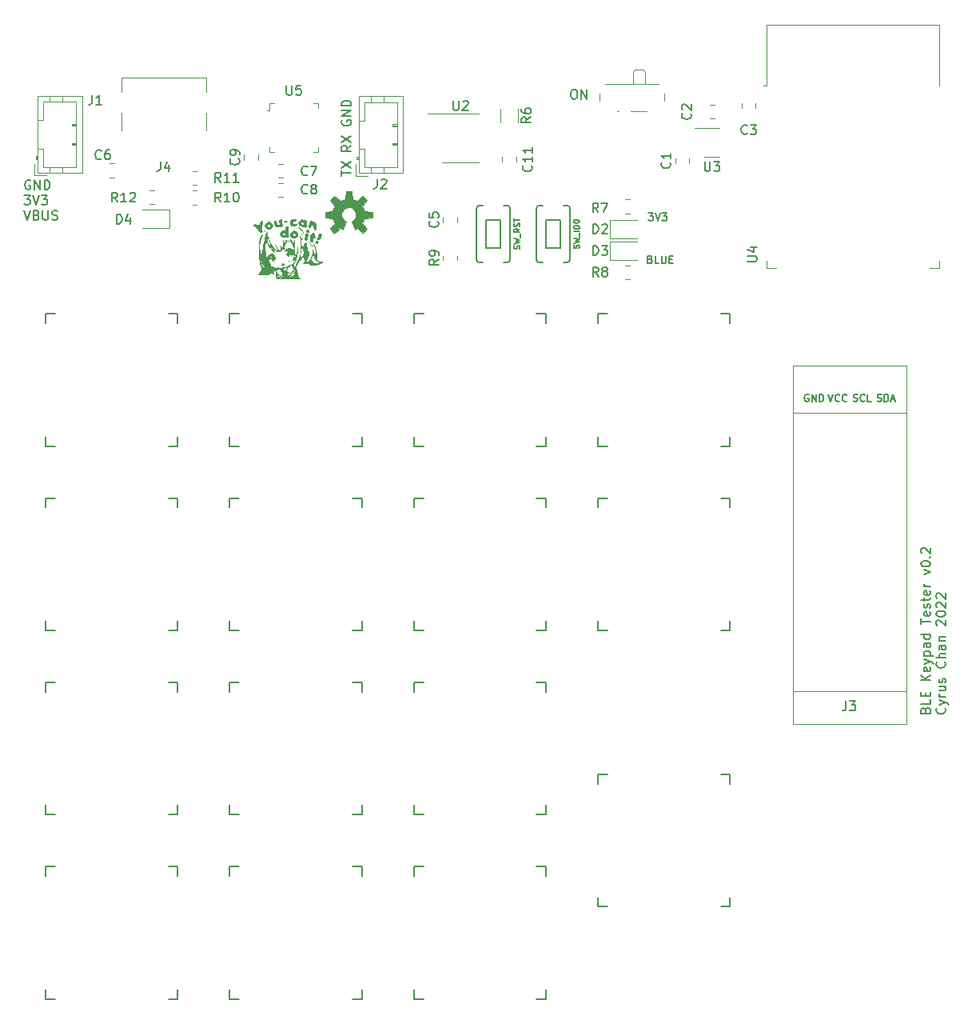
<source format=gbr>
%TF.GenerationSoftware,KiCad,Pcbnew,(6.0.7)*%
%TF.CreationDate,2022-10-16T13:30:07+08:00*%
%TF.ProjectId,numpad-test,6e756d70-6164-42d7-9465-73742e6b6963,rev?*%
%TF.SameCoordinates,Original*%
%TF.FileFunction,Legend,Top*%
%TF.FilePolarity,Positive*%
%FSLAX46Y46*%
G04 Gerber Fmt 4.6, Leading zero omitted, Abs format (unit mm)*
G04 Created by KiCad (PCBNEW (6.0.7)) date 2022-10-16 13:30:07*
%MOMM*%
%LPD*%
G01*
G04 APERTURE LIST*
%ADD10C,0.150000*%
%ADD11C,0.127000*%
%ADD12C,0.010000*%
%ADD13C,0.120000*%
%ADD14C,0.040000*%
%ADD15C,0.203200*%
%ADD16C,0.100000*%
G04 APERTURE END LIST*
D10*
X143173571Y-100931071D02*
X143221190Y-100788214D01*
X143268809Y-100740595D01*
X143364047Y-100692976D01*
X143506904Y-100692976D01*
X143602142Y-100740595D01*
X143649761Y-100788214D01*
X143697380Y-100883452D01*
X143697380Y-101264404D01*
X142697380Y-101264404D01*
X142697380Y-100931071D01*
X142745000Y-100835833D01*
X142792619Y-100788214D01*
X142887857Y-100740595D01*
X142983095Y-100740595D01*
X143078333Y-100788214D01*
X143125952Y-100835833D01*
X143173571Y-100931071D01*
X143173571Y-101264404D01*
X143697380Y-99788214D02*
X143697380Y-100264404D01*
X142697380Y-100264404D01*
X143173571Y-99454880D02*
X143173571Y-99121547D01*
X143697380Y-98978690D02*
X143697380Y-99454880D01*
X142697380Y-99454880D01*
X142697380Y-98978690D01*
X143697380Y-97788214D02*
X142697380Y-97788214D01*
X143697380Y-97216785D02*
X143125952Y-97645357D01*
X142697380Y-97216785D02*
X143268809Y-97788214D01*
X143649761Y-96407261D02*
X143697380Y-96502500D01*
X143697380Y-96692976D01*
X143649761Y-96788214D01*
X143554523Y-96835833D01*
X143173571Y-96835833D01*
X143078333Y-96788214D01*
X143030714Y-96692976D01*
X143030714Y-96502500D01*
X143078333Y-96407261D01*
X143173571Y-96359642D01*
X143268809Y-96359642D01*
X143364047Y-96835833D01*
X143030714Y-96026309D02*
X143697380Y-95788214D01*
X143030714Y-95550119D02*
X143697380Y-95788214D01*
X143935476Y-95883452D01*
X143983095Y-95931071D01*
X144030714Y-96026309D01*
X143030714Y-95169166D02*
X144030714Y-95169166D01*
X143078333Y-95169166D02*
X143030714Y-95073928D01*
X143030714Y-94883452D01*
X143078333Y-94788214D01*
X143125952Y-94740595D01*
X143221190Y-94692976D01*
X143506904Y-94692976D01*
X143602142Y-94740595D01*
X143649761Y-94788214D01*
X143697380Y-94883452D01*
X143697380Y-95073928D01*
X143649761Y-95169166D01*
X143697380Y-93835833D02*
X143173571Y-93835833D01*
X143078333Y-93883452D01*
X143030714Y-93978690D01*
X143030714Y-94169166D01*
X143078333Y-94264404D01*
X143649761Y-93835833D02*
X143697380Y-93931071D01*
X143697380Y-94169166D01*
X143649761Y-94264404D01*
X143554523Y-94312023D01*
X143459285Y-94312023D01*
X143364047Y-94264404D01*
X143316428Y-94169166D01*
X143316428Y-93931071D01*
X143268809Y-93835833D01*
X143697380Y-92931071D02*
X142697380Y-92931071D01*
X143649761Y-92931071D02*
X143697380Y-93026309D01*
X143697380Y-93216785D01*
X143649761Y-93312023D01*
X143602142Y-93359642D01*
X143506904Y-93407261D01*
X143221190Y-93407261D01*
X143125952Y-93359642D01*
X143078333Y-93312023D01*
X143030714Y-93216785D01*
X143030714Y-93026309D01*
X143078333Y-92931071D01*
X142697380Y-91835833D02*
X142697380Y-91264404D01*
X143697380Y-91550119D02*
X142697380Y-91550119D01*
X143649761Y-90550119D02*
X143697380Y-90645357D01*
X143697380Y-90835833D01*
X143649761Y-90931071D01*
X143554523Y-90978690D01*
X143173571Y-90978690D01*
X143078333Y-90931071D01*
X143030714Y-90835833D01*
X143030714Y-90645357D01*
X143078333Y-90550119D01*
X143173571Y-90502500D01*
X143268809Y-90502500D01*
X143364047Y-90978690D01*
X143649761Y-90121547D02*
X143697380Y-90026309D01*
X143697380Y-89835833D01*
X143649761Y-89740595D01*
X143554523Y-89692976D01*
X143506904Y-89692976D01*
X143411666Y-89740595D01*
X143364047Y-89835833D01*
X143364047Y-89978690D01*
X143316428Y-90073928D01*
X143221190Y-90121547D01*
X143173571Y-90121547D01*
X143078333Y-90073928D01*
X143030714Y-89978690D01*
X143030714Y-89835833D01*
X143078333Y-89740595D01*
X143030714Y-89407261D02*
X143030714Y-89026309D01*
X142697380Y-89264404D02*
X143554523Y-89264404D01*
X143649761Y-89216785D01*
X143697380Y-89121547D01*
X143697380Y-89026309D01*
X143649761Y-88312023D02*
X143697380Y-88407261D01*
X143697380Y-88597738D01*
X143649761Y-88692976D01*
X143554523Y-88740595D01*
X143173571Y-88740595D01*
X143078333Y-88692976D01*
X143030714Y-88597738D01*
X143030714Y-88407261D01*
X143078333Y-88312023D01*
X143173571Y-88264404D01*
X143268809Y-88264404D01*
X143364047Y-88740595D01*
X143697380Y-87835833D02*
X143030714Y-87835833D01*
X143221190Y-87835833D02*
X143125952Y-87788214D01*
X143078333Y-87740595D01*
X143030714Y-87645357D01*
X143030714Y-87550119D01*
X143030714Y-86550119D02*
X143697380Y-86312023D01*
X143030714Y-86073928D01*
X142697380Y-85502500D02*
X142697380Y-85407261D01*
X142745000Y-85312023D01*
X142792619Y-85264404D01*
X142887857Y-85216785D01*
X143078333Y-85169166D01*
X143316428Y-85169166D01*
X143506904Y-85216785D01*
X143602142Y-85264404D01*
X143649761Y-85312023D01*
X143697380Y-85407261D01*
X143697380Y-85502500D01*
X143649761Y-85597738D01*
X143602142Y-85645357D01*
X143506904Y-85692976D01*
X143316428Y-85740595D01*
X143078333Y-85740595D01*
X142887857Y-85692976D01*
X142792619Y-85645357D01*
X142745000Y-85597738D01*
X142697380Y-85502500D01*
X143602142Y-84740595D02*
X143649761Y-84692976D01*
X143697380Y-84740595D01*
X143649761Y-84788214D01*
X143602142Y-84740595D01*
X143697380Y-84740595D01*
X142792619Y-84312023D02*
X142745000Y-84264404D01*
X142697380Y-84169166D01*
X142697380Y-83931071D01*
X142745000Y-83835833D01*
X142792619Y-83788214D01*
X142887857Y-83740595D01*
X142983095Y-83740595D01*
X143125952Y-83788214D01*
X143697380Y-84359642D01*
X143697380Y-83740595D01*
X145212142Y-100692976D02*
X145259761Y-100740595D01*
X145307380Y-100883452D01*
X145307380Y-100978690D01*
X145259761Y-101121547D01*
X145164523Y-101216785D01*
X145069285Y-101264404D01*
X144878809Y-101312023D01*
X144735952Y-101312023D01*
X144545476Y-101264404D01*
X144450238Y-101216785D01*
X144355000Y-101121547D01*
X144307380Y-100978690D01*
X144307380Y-100883452D01*
X144355000Y-100740595D01*
X144402619Y-100692976D01*
X144640714Y-100359642D02*
X145307380Y-100121547D01*
X144640714Y-99883452D02*
X145307380Y-100121547D01*
X145545476Y-100216785D01*
X145593095Y-100264404D01*
X145640714Y-100359642D01*
X145307380Y-99502500D02*
X144640714Y-99502500D01*
X144831190Y-99502500D02*
X144735952Y-99454880D01*
X144688333Y-99407261D01*
X144640714Y-99312023D01*
X144640714Y-99216785D01*
X144640714Y-98454880D02*
X145307380Y-98454880D01*
X144640714Y-98883452D02*
X145164523Y-98883452D01*
X145259761Y-98835833D01*
X145307380Y-98740595D01*
X145307380Y-98597738D01*
X145259761Y-98502500D01*
X145212142Y-98454880D01*
X145259761Y-98026309D02*
X145307380Y-97931071D01*
X145307380Y-97740595D01*
X145259761Y-97645357D01*
X145164523Y-97597738D01*
X145116904Y-97597738D01*
X145021666Y-97645357D01*
X144974047Y-97740595D01*
X144974047Y-97883452D01*
X144926428Y-97978690D01*
X144831190Y-98026309D01*
X144783571Y-98026309D01*
X144688333Y-97978690D01*
X144640714Y-97883452D01*
X144640714Y-97740595D01*
X144688333Y-97645357D01*
X145212142Y-95835833D02*
X145259761Y-95883452D01*
X145307380Y-96026309D01*
X145307380Y-96121547D01*
X145259761Y-96264404D01*
X145164523Y-96359642D01*
X145069285Y-96407261D01*
X144878809Y-96454880D01*
X144735952Y-96454880D01*
X144545476Y-96407261D01*
X144450238Y-96359642D01*
X144355000Y-96264404D01*
X144307380Y-96121547D01*
X144307380Y-96026309D01*
X144355000Y-95883452D01*
X144402619Y-95835833D01*
X145307380Y-95407261D02*
X144307380Y-95407261D01*
X145307380Y-94978690D02*
X144783571Y-94978690D01*
X144688333Y-95026309D01*
X144640714Y-95121547D01*
X144640714Y-95264404D01*
X144688333Y-95359642D01*
X144735952Y-95407261D01*
X145307380Y-94073928D02*
X144783571Y-94073928D01*
X144688333Y-94121547D01*
X144640714Y-94216785D01*
X144640714Y-94407261D01*
X144688333Y-94502500D01*
X145259761Y-94073928D02*
X145307380Y-94169166D01*
X145307380Y-94407261D01*
X145259761Y-94502500D01*
X145164523Y-94550119D01*
X145069285Y-94550119D01*
X144974047Y-94502500D01*
X144926428Y-94407261D01*
X144926428Y-94169166D01*
X144878809Y-94073928D01*
X144640714Y-93597738D02*
X145307380Y-93597738D01*
X144735952Y-93597738D02*
X144688333Y-93550119D01*
X144640714Y-93454880D01*
X144640714Y-93312023D01*
X144688333Y-93216785D01*
X144783571Y-93169166D01*
X145307380Y-93169166D01*
X144402619Y-91978690D02*
X144355000Y-91931071D01*
X144307380Y-91835833D01*
X144307380Y-91597738D01*
X144355000Y-91502500D01*
X144402619Y-91454880D01*
X144497857Y-91407261D01*
X144593095Y-91407261D01*
X144735952Y-91454880D01*
X145307380Y-92026309D01*
X145307380Y-91407261D01*
X144307380Y-90788214D02*
X144307380Y-90692976D01*
X144355000Y-90597738D01*
X144402619Y-90550119D01*
X144497857Y-90502500D01*
X144688333Y-90454880D01*
X144926428Y-90454880D01*
X145116904Y-90502500D01*
X145212142Y-90550119D01*
X145259761Y-90597738D01*
X145307380Y-90692976D01*
X145307380Y-90788214D01*
X145259761Y-90883452D01*
X145212142Y-90931071D01*
X145116904Y-90978690D01*
X144926428Y-91026309D01*
X144688333Y-91026309D01*
X144497857Y-90978690D01*
X144402619Y-90931071D01*
X144355000Y-90883452D01*
X144307380Y-90788214D01*
X144402619Y-90073928D02*
X144355000Y-90026309D01*
X144307380Y-89931071D01*
X144307380Y-89692976D01*
X144355000Y-89597738D01*
X144402619Y-89550119D01*
X144497857Y-89502500D01*
X144593095Y-89502500D01*
X144735952Y-89550119D01*
X145307380Y-90121547D01*
X145307380Y-89502500D01*
X144402619Y-89121547D02*
X144355000Y-89073928D01*
X144307380Y-88978690D01*
X144307380Y-88740595D01*
X144355000Y-88645357D01*
X144402619Y-88597738D01*
X144497857Y-88550119D01*
X144593095Y-88550119D01*
X144735952Y-88597738D01*
X145307380Y-89169166D01*
X145307380Y-88550119D01*
X113859523Y-48311904D02*
X114354761Y-48311904D01*
X114088095Y-48616666D01*
X114202380Y-48616666D01*
X114278571Y-48654761D01*
X114316666Y-48692857D01*
X114354761Y-48769047D01*
X114354761Y-48959523D01*
X114316666Y-49035714D01*
X114278571Y-49073809D01*
X114202380Y-49111904D01*
X113973809Y-49111904D01*
X113897619Y-49073809D01*
X113859523Y-49035714D01*
X114583333Y-48311904D02*
X114850000Y-49111904D01*
X115116666Y-48311904D01*
X115307142Y-48311904D02*
X115802380Y-48311904D01*
X115535714Y-48616666D01*
X115650000Y-48616666D01*
X115726190Y-48654761D01*
X115764285Y-48692857D01*
X115802380Y-48769047D01*
X115802380Y-48959523D01*
X115764285Y-49035714D01*
X115726190Y-49073809D01*
X115650000Y-49111904D01*
X115421428Y-49111904D01*
X115345238Y-49073809D01*
X115307142Y-49035714D01*
X105880952Y-35252380D02*
X106071428Y-35252380D01*
X106166666Y-35300000D01*
X106261904Y-35395238D01*
X106309523Y-35585714D01*
X106309523Y-35919047D01*
X106261904Y-36109523D01*
X106166666Y-36204761D01*
X106071428Y-36252380D01*
X105880952Y-36252380D01*
X105785714Y-36204761D01*
X105690476Y-36109523D01*
X105642857Y-35919047D01*
X105642857Y-35585714D01*
X105690476Y-35395238D01*
X105785714Y-35300000D01*
X105880952Y-35252380D01*
X106738095Y-36252380D02*
X106738095Y-35252380D01*
X107309523Y-36252380D01*
X107309523Y-35252380D01*
X81352380Y-44373809D02*
X81352380Y-43802380D01*
X82352380Y-44088095D02*
X81352380Y-44088095D01*
X81352380Y-43564285D02*
X82352380Y-42897619D01*
X81352380Y-42897619D02*
X82352380Y-43564285D01*
X82352380Y-41183333D02*
X81876190Y-41516666D01*
X82352380Y-41754761D02*
X81352380Y-41754761D01*
X81352380Y-41373809D01*
X81400000Y-41278571D01*
X81447619Y-41230952D01*
X81542857Y-41183333D01*
X81685714Y-41183333D01*
X81780952Y-41230952D01*
X81828571Y-41278571D01*
X81876190Y-41373809D01*
X81876190Y-41754761D01*
X81352380Y-40850000D02*
X82352380Y-40183333D01*
X81352380Y-40183333D02*
X82352380Y-40850000D01*
X81400000Y-38516666D02*
X81352380Y-38611904D01*
X81352380Y-38754761D01*
X81400000Y-38897619D01*
X81495238Y-38992857D01*
X81590476Y-39040476D01*
X81780952Y-39088095D01*
X81923809Y-39088095D01*
X82114285Y-39040476D01*
X82209523Y-38992857D01*
X82304761Y-38897619D01*
X82352380Y-38754761D01*
X82352380Y-38659523D01*
X82304761Y-38516666D01*
X82257142Y-38469047D01*
X81923809Y-38469047D01*
X81923809Y-38659523D01*
X82352380Y-38040476D02*
X81352380Y-38040476D01*
X82352380Y-37469047D01*
X81352380Y-37469047D01*
X82352380Y-36992857D02*
X81352380Y-36992857D01*
X81352380Y-36754761D01*
X81400000Y-36611904D01*
X81495238Y-36516666D01*
X81590476Y-36469047D01*
X81780952Y-36421428D01*
X81923809Y-36421428D01*
X82114285Y-36469047D01*
X82209523Y-36516666D01*
X82304761Y-36611904D01*
X82352380Y-36754761D01*
X82352380Y-36992857D01*
X48359404Y-44890000D02*
X48264166Y-44842380D01*
X48121309Y-44842380D01*
X47978452Y-44890000D01*
X47883214Y-44985238D01*
X47835595Y-45080476D01*
X47787976Y-45270952D01*
X47787976Y-45413809D01*
X47835595Y-45604285D01*
X47883214Y-45699523D01*
X47978452Y-45794761D01*
X48121309Y-45842380D01*
X48216547Y-45842380D01*
X48359404Y-45794761D01*
X48407023Y-45747142D01*
X48407023Y-45413809D01*
X48216547Y-45413809D01*
X48835595Y-45842380D02*
X48835595Y-44842380D01*
X49407023Y-45842380D01*
X49407023Y-44842380D01*
X49883214Y-45842380D02*
X49883214Y-44842380D01*
X50121309Y-44842380D01*
X50264166Y-44890000D01*
X50359404Y-44985238D01*
X50407023Y-45080476D01*
X50454642Y-45270952D01*
X50454642Y-45413809D01*
X50407023Y-45604285D01*
X50359404Y-45699523D01*
X50264166Y-45794761D01*
X50121309Y-45842380D01*
X49883214Y-45842380D01*
X47740357Y-46452380D02*
X48359404Y-46452380D01*
X48026071Y-46833333D01*
X48168928Y-46833333D01*
X48264166Y-46880952D01*
X48311785Y-46928571D01*
X48359404Y-47023809D01*
X48359404Y-47261904D01*
X48311785Y-47357142D01*
X48264166Y-47404761D01*
X48168928Y-47452380D01*
X47883214Y-47452380D01*
X47787976Y-47404761D01*
X47740357Y-47357142D01*
X48645119Y-46452380D02*
X48978452Y-47452380D01*
X49311785Y-46452380D01*
X49549880Y-46452380D02*
X50168928Y-46452380D01*
X49835595Y-46833333D01*
X49978452Y-46833333D01*
X50073690Y-46880952D01*
X50121309Y-46928571D01*
X50168928Y-47023809D01*
X50168928Y-47261904D01*
X50121309Y-47357142D01*
X50073690Y-47404761D01*
X49978452Y-47452380D01*
X49692738Y-47452380D01*
X49597500Y-47404761D01*
X49549880Y-47357142D01*
X47692738Y-48062380D02*
X48026071Y-49062380D01*
X48359404Y-48062380D01*
X49026071Y-48538571D02*
X49168928Y-48586190D01*
X49216547Y-48633809D01*
X49264166Y-48729047D01*
X49264166Y-48871904D01*
X49216547Y-48967142D01*
X49168928Y-49014761D01*
X49073690Y-49062380D01*
X48692738Y-49062380D01*
X48692738Y-48062380D01*
X49026071Y-48062380D01*
X49121309Y-48110000D01*
X49168928Y-48157619D01*
X49216547Y-48252857D01*
X49216547Y-48348095D01*
X49168928Y-48443333D01*
X49121309Y-48490952D01*
X49026071Y-48538571D01*
X48692738Y-48538571D01*
X49692738Y-48062380D02*
X49692738Y-48871904D01*
X49740357Y-48967142D01*
X49787976Y-49014761D01*
X49883214Y-49062380D01*
X50073690Y-49062380D01*
X50168928Y-49014761D01*
X50216547Y-48967142D01*
X50264166Y-48871904D01*
X50264166Y-48062380D01*
X50692738Y-49014761D02*
X50835595Y-49062380D01*
X51073690Y-49062380D01*
X51168928Y-49014761D01*
X51216547Y-48967142D01*
X51264166Y-48871904D01*
X51264166Y-48776666D01*
X51216547Y-48681428D01*
X51168928Y-48633809D01*
X51073690Y-48586190D01*
X50883214Y-48538571D01*
X50787976Y-48490952D01*
X50740357Y-48443333D01*
X50692738Y-48348095D01*
X50692738Y-48252857D01*
X50740357Y-48157619D01*
X50787976Y-48110000D01*
X50883214Y-48062380D01*
X51121309Y-48062380D01*
X51264166Y-48110000D01*
X114052380Y-53242857D02*
X114166666Y-53280952D01*
X114204761Y-53319047D01*
X114242857Y-53395238D01*
X114242857Y-53509523D01*
X114204761Y-53585714D01*
X114166666Y-53623809D01*
X114090476Y-53661904D01*
X113785714Y-53661904D01*
X113785714Y-52861904D01*
X114052380Y-52861904D01*
X114128571Y-52900000D01*
X114166666Y-52938095D01*
X114204761Y-53014285D01*
X114204761Y-53090476D01*
X114166666Y-53166666D01*
X114128571Y-53204761D01*
X114052380Y-53242857D01*
X113785714Y-53242857D01*
X114966666Y-53661904D02*
X114585714Y-53661904D01*
X114585714Y-52861904D01*
X115233333Y-52861904D02*
X115233333Y-53509523D01*
X115271428Y-53585714D01*
X115309523Y-53623809D01*
X115385714Y-53661904D01*
X115538095Y-53661904D01*
X115614285Y-53623809D01*
X115652380Y-53585714D01*
X115690476Y-53509523D01*
X115690476Y-52861904D01*
X116071428Y-53242857D02*
X116338095Y-53242857D01*
X116452380Y-53661904D02*
X116071428Y-53661904D01*
X116071428Y-52861904D01*
X116452380Y-52861904D01*
%TO.C,*%
%TO.C,R11*%
X68547142Y-45052380D02*
X68213809Y-44576190D01*
X67975714Y-45052380D02*
X67975714Y-44052380D01*
X68356666Y-44052380D01*
X68451904Y-44100000D01*
X68499523Y-44147619D01*
X68547142Y-44242857D01*
X68547142Y-44385714D01*
X68499523Y-44480952D01*
X68451904Y-44528571D01*
X68356666Y-44576190D01*
X67975714Y-44576190D01*
X69499523Y-45052380D02*
X68928095Y-45052380D01*
X69213809Y-45052380D02*
X69213809Y-44052380D01*
X69118571Y-44195238D01*
X69023333Y-44290476D01*
X68928095Y-44338095D01*
X70451904Y-45052380D02*
X69880476Y-45052380D01*
X70166190Y-45052380D02*
X70166190Y-44052380D01*
X70070952Y-44195238D01*
X69975714Y-44290476D01*
X69880476Y-44338095D01*
%TO.C,R10*%
X68547142Y-47152380D02*
X68213809Y-46676190D01*
X67975714Y-47152380D02*
X67975714Y-46152380D01*
X68356666Y-46152380D01*
X68451904Y-46200000D01*
X68499523Y-46247619D01*
X68547142Y-46342857D01*
X68547142Y-46485714D01*
X68499523Y-46580952D01*
X68451904Y-46628571D01*
X68356666Y-46676190D01*
X67975714Y-46676190D01*
X69499523Y-47152380D02*
X68928095Y-47152380D01*
X69213809Y-47152380D02*
X69213809Y-46152380D01*
X69118571Y-46295238D01*
X69023333Y-46390476D01*
X68928095Y-46438095D01*
X70118571Y-46152380D02*
X70213809Y-46152380D01*
X70309047Y-46200000D01*
X70356666Y-46247619D01*
X70404285Y-46342857D01*
X70451904Y-46533333D01*
X70451904Y-46771428D01*
X70404285Y-46961904D01*
X70356666Y-47057142D01*
X70309047Y-47104761D01*
X70213809Y-47152380D01*
X70118571Y-47152380D01*
X70023333Y-47104761D01*
X69975714Y-47057142D01*
X69928095Y-46961904D01*
X69880476Y-46771428D01*
X69880476Y-46533333D01*
X69928095Y-46342857D01*
X69975714Y-46247619D01*
X70023333Y-46200000D01*
X70118571Y-46152380D01*
%TO.C,C2*%
X118282142Y-37766666D02*
X118329761Y-37814285D01*
X118377380Y-37957142D01*
X118377380Y-38052380D01*
X118329761Y-38195238D01*
X118234523Y-38290476D01*
X118139285Y-38338095D01*
X117948809Y-38385714D01*
X117805952Y-38385714D01*
X117615476Y-38338095D01*
X117520238Y-38290476D01*
X117425000Y-38195238D01*
X117377380Y-38052380D01*
X117377380Y-37957142D01*
X117425000Y-37814285D01*
X117472619Y-37766666D01*
X117472619Y-37385714D02*
X117425000Y-37338095D01*
X117377380Y-37242857D01*
X117377380Y-37004761D01*
X117425000Y-36909523D01*
X117472619Y-36861904D01*
X117567857Y-36814285D01*
X117663095Y-36814285D01*
X117805952Y-36861904D01*
X118377380Y-37433333D01*
X118377380Y-36814285D01*
%TO.C,J1*%
X54916666Y-35852380D02*
X54916666Y-36566666D01*
X54869047Y-36709523D01*
X54773809Y-36804761D01*
X54630952Y-36852380D01*
X54535714Y-36852380D01*
X55916666Y-36852380D02*
X55345238Y-36852380D01*
X55630952Y-36852380D02*
X55630952Y-35852380D01*
X55535714Y-35995238D01*
X55440476Y-36090476D01*
X55345238Y-36138095D01*
%TO.C,R9*%
X91639380Y-53236666D02*
X91163190Y-53570000D01*
X91639380Y-53808095D02*
X90639380Y-53808095D01*
X90639380Y-53427142D01*
X90687000Y-53331904D01*
X90734619Y-53284285D01*
X90829857Y-53236666D01*
X90972714Y-53236666D01*
X91067952Y-53284285D01*
X91115571Y-53331904D01*
X91163190Y-53427142D01*
X91163190Y-53808095D01*
X91639380Y-52760476D02*
X91639380Y-52570000D01*
X91591761Y-52474761D01*
X91544142Y-52427142D01*
X91401285Y-52331904D01*
X91210809Y-52284285D01*
X90829857Y-52284285D01*
X90734619Y-52331904D01*
X90687000Y-52379523D01*
X90639380Y-52474761D01*
X90639380Y-52665238D01*
X90687000Y-52760476D01*
X90734619Y-52808095D01*
X90829857Y-52855714D01*
X91067952Y-52855714D01*
X91163190Y-52808095D01*
X91210809Y-52760476D01*
X91258428Y-52665238D01*
X91258428Y-52474761D01*
X91210809Y-52379523D01*
X91163190Y-52331904D01*
X91067952Y-52284285D01*
%TO.C,C1*%
X116107142Y-42954166D02*
X116154761Y-43001785D01*
X116202380Y-43144642D01*
X116202380Y-43239880D01*
X116154761Y-43382738D01*
X116059523Y-43477976D01*
X115964285Y-43525595D01*
X115773809Y-43573214D01*
X115630952Y-43573214D01*
X115440476Y-43525595D01*
X115345238Y-43477976D01*
X115250000Y-43382738D01*
X115202380Y-43239880D01*
X115202380Y-43144642D01*
X115250000Y-43001785D01*
X115297619Y-42954166D01*
X116202380Y-42001785D02*
X116202380Y-42573214D01*
X116202380Y-42287500D02*
X115202380Y-42287500D01*
X115345238Y-42382738D01*
X115440476Y-42477976D01*
X115488095Y-42573214D01*
%TO.C,C11*%
X101432142Y-43305357D02*
X101479761Y-43352976D01*
X101527380Y-43495833D01*
X101527380Y-43591071D01*
X101479761Y-43733928D01*
X101384523Y-43829166D01*
X101289285Y-43876785D01*
X101098809Y-43924404D01*
X100955952Y-43924404D01*
X100765476Y-43876785D01*
X100670238Y-43829166D01*
X100575000Y-43733928D01*
X100527380Y-43591071D01*
X100527380Y-43495833D01*
X100575000Y-43352976D01*
X100622619Y-43305357D01*
X101527380Y-42352976D02*
X101527380Y-42924404D01*
X101527380Y-42638690D02*
X100527380Y-42638690D01*
X100670238Y-42733928D01*
X100765476Y-42829166D01*
X100813095Y-42924404D01*
X101527380Y-41400595D02*
X101527380Y-41972023D01*
X101527380Y-41686309D02*
X100527380Y-41686309D01*
X100670238Y-41781547D01*
X100765476Y-41876785D01*
X100813095Y-41972023D01*
%TO.C,C3*%
X124291333Y-39907142D02*
X124243714Y-39954761D01*
X124100857Y-40002380D01*
X124005619Y-40002380D01*
X123862761Y-39954761D01*
X123767523Y-39859523D01*
X123719904Y-39764285D01*
X123672285Y-39573809D01*
X123672285Y-39430952D01*
X123719904Y-39240476D01*
X123767523Y-39145238D01*
X123862761Y-39050000D01*
X124005619Y-39002380D01*
X124100857Y-39002380D01*
X124243714Y-39050000D01*
X124291333Y-39097619D01*
X124624666Y-39002380D02*
X125243714Y-39002380D01*
X124910380Y-39383333D01*
X125053238Y-39383333D01*
X125148476Y-39430952D01*
X125196095Y-39478571D01*
X125243714Y-39573809D01*
X125243714Y-39811904D01*
X125196095Y-39907142D01*
X125148476Y-39954761D01*
X125053238Y-40002380D01*
X124767523Y-40002380D01*
X124672285Y-39954761D01*
X124624666Y-39907142D01*
%TO.C,J3*%
X134766666Y-99987380D02*
X134766666Y-100701666D01*
X134719047Y-100844523D01*
X134623809Y-100939761D01*
X134480952Y-100987380D01*
X134385714Y-100987380D01*
X135147619Y-99987380D02*
X135766666Y-99987380D01*
X135433333Y-100368333D01*
X135576190Y-100368333D01*
X135671428Y-100415952D01*
X135719047Y-100463571D01*
X135766666Y-100558809D01*
X135766666Y-100796904D01*
X135719047Y-100892142D01*
X135671428Y-100939761D01*
X135576190Y-100987380D01*
X135290476Y-100987380D01*
X135195238Y-100939761D01*
X135147619Y-100892142D01*
X138089285Y-68238571D02*
X138196428Y-68274285D01*
X138375000Y-68274285D01*
X138446428Y-68238571D01*
X138482142Y-68202857D01*
X138517857Y-68131428D01*
X138517857Y-68060000D01*
X138482142Y-67988571D01*
X138446428Y-67952857D01*
X138375000Y-67917142D01*
X138232142Y-67881428D01*
X138160714Y-67845714D01*
X138125000Y-67810000D01*
X138089285Y-67738571D01*
X138089285Y-67667142D01*
X138125000Y-67595714D01*
X138160714Y-67560000D01*
X138232142Y-67524285D01*
X138410714Y-67524285D01*
X138517857Y-67560000D01*
X138839285Y-68274285D02*
X138839285Y-67524285D01*
X139017857Y-67524285D01*
X139125000Y-67560000D01*
X139196428Y-67631428D01*
X139232142Y-67702857D01*
X139267857Y-67845714D01*
X139267857Y-67952857D01*
X139232142Y-68095714D01*
X139196428Y-68167142D01*
X139125000Y-68238571D01*
X139017857Y-68274285D01*
X138839285Y-68274285D01*
X139553571Y-68060000D02*
X139910714Y-68060000D01*
X139482142Y-68274285D02*
X139732142Y-67524285D01*
X139982142Y-68274285D01*
X135567142Y-68238571D02*
X135674285Y-68274285D01*
X135852857Y-68274285D01*
X135924285Y-68238571D01*
X135960000Y-68202857D01*
X135995714Y-68131428D01*
X135995714Y-68060000D01*
X135960000Y-67988571D01*
X135924285Y-67952857D01*
X135852857Y-67917142D01*
X135710000Y-67881428D01*
X135638571Y-67845714D01*
X135602857Y-67810000D01*
X135567142Y-67738571D01*
X135567142Y-67667142D01*
X135602857Y-67595714D01*
X135638571Y-67560000D01*
X135710000Y-67524285D01*
X135888571Y-67524285D01*
X135995714Y-67560000D01*
X136745714Y-68202857D02*
X136710000Y-68238571D01*
X136602857Y-68274285D01*
X136531428Y-68274285D01*
X136424285Y-68238571D01*
X136352857Y-68167142D01*
X136317142Y-68095714D01*
X136281428Y-67952857D01*
X136281428Y-67845714D01*
X136317142Y-67702857D01*
X136352857Y-67631428D01*
X136424285Y-67560000D01*
X136531428Y-67524285D01*
X136602857Y-67524285D01*
X136710000Y-67560000D01*
X136745714Y-67595714D01*
X137424285Y-68274285D02*
X137067142Y-68274285D01*
X137067142Y-67524285D01*
X130808571Y-67560000D02*
X130737142Y-67524285D01*
X130630000Y-67524285D01*
X130522857Y-67560000D01*
X130451428Y-67631428D01*
X130415714Y-67702857D01*
X130380000Y-67845714D01*
X130380000Y-67952857D01*
X130415714Y-68095714D01*
X130451428Y-68167142D01*
X130522857Y-68238571D01*
X130630000Y-68274285D01*
X130701428Y-68274285D01*
X130808571Y-68238571D01*
X130844285Y-68202857D01*
X130844285Y-67952857D01*
X130701428Y-67952857D01*
X131165714Y-68274285D02*
X131165714Y-67524285D01*
X131594285Y-68274285D01*
X131594285Y-67524285D01*
X131951428Y-68274285D02*
X131951428Y-67524285D01*
X132130000Y-67524285D01*
X132237142Y-67560000D01*
X132308571Y-67631428D01*
X132344285Y-67702857D01*
X132380000Y-67845714D01*
X132380000Y-67952857D01*
X132344285Y-68095714D01*
X132308571Y-68167142D01*
X132237142Y-68238571D01*
X132130000Y-68274285D01*
X131951428Y-68274285D01*
X132920000Y-67524285D02*
X133170000Y-68274285D01*
X133420000Y-67524285D01*
X134098571Y-68202857D02*
X134062857Y-68238571D01*
X133955714Y-68274285D01*
X133884285Y-68274285D01*
X133777142Y-68238571D01*
X133705714Y-68167142D01*
X133670000Y-68095714D01*
X133634285Y-67952857D01*
X133634285Y-67845714D01*
X133670000Y-67702857D01*
X133705714Y-67631428D01*
X133777142Y-67560000D01*
X133884285Y-67524285D01*
X133955714Y-67524285D01*
X134062857Y-67560000D01*
X134098571Y-67595714D01*
X134848571Y-68202857D02*
X134812857Y-68238571D01*
X134705714Y-68274285D01*
X134634285Y-68274285D01*
X134527142Y-68238571D01*
X134455714Y-68167142D01*
X134420000Y-68095714D01*
X134384285Y-67952857D01*
X134384285Y-67845714D01*
X134420000Y-67702857D01*
X134455714Y-67631428D01*
X134527142Y-67560000D01*
X134634285Y-67524285D01*
X134705714Y-67524285D01*
X134812857Y-67560000D01*
X134848571Y-67595714D01*
%TO.C,R8*%
X108545333Y-55062380D02*
X108212000Y-54586190D01*
X107973904Y-55062380D02*
X107973904Y-54062380D01*
X108354857Y-54062380D01*
X108450095Y-54110000D01*
X108497714Y-54157619D01*
X108545333Y-54252857D01*
X108545333Y-54395714D01*
X108497714Y-54490952D01*
X108450095Y-54538571D01*
X108354857Y-54586190D01*
X107973904Y-54586190D01*
X109116761Y-54490952D02*
X109021523Y-54443333D01*
X108973904Y-54395714D01*
X108926285Y-54300476D01*
X108926285Y-54252857D01*
X108973904Y-54157619D01*
X109021523Y-54110000D01*
X109116761Y-54062380D01*
X109307238Y-54062380D01*
X109402476Y-54110000D01*
X109450095Y-54157619D01*
X109497714Y-54252857D01*
X109497714Y-54300476D01*
X109450095Y-54395714D01*
X109402476Y-54443333D01*
X109307238Y-54490952D01*
X109116761Y-54490952D01*
X109021523Y-54538571D01*
X108973904Y-54586190D01*
X108926285Y-54681428D01*
X108926285Y-54871904D01*
X108973904Y-54967142D01*
X109021523Y-55014761D01*
X109116761Y-55062380D01*
X109307238Y-55062380D01*
X109402476Y-55014761D01*
X109450095Y-54967142D01*
X109497714Y-54871904D01*
X109497714Y-54681428D01*
X109450095Y-54586190D01*
X109402476Y-54538571D01*
X109307238Y-54490952D01*
%TO.C,R6*%
X101392380Y-38186666D02*
X100916190Y-38520000D01*
X101392380Y-38758095D02*
X100392380Y-38758095D01*
X100392380Y-38377142D01*
X100440000Y-38281904D01*
X100487619Y-38234285D01*
X100582857Y-38186666D01*
X100725714Y-38186666D01*
X100820952Y-38234285D01*
X100868571Y-38281904D01*
X100916190Y-38377142D01*
X100916190Y-38758095D01*
X100392380Y-37329523D02*
X100392380Y-37520000D01*
X100440000Y-37615238D01*
X100487619Y-37662857D01*
X100630476Y-37758095D01*
X100820952Y-37805714D01*
X101201904Y-37805714D01*
X101297142Y-37758095D01*
X101344761Y-37710476D01*
X101392380Y-37615238D01*
X101392380Y-37424761D01*
X101344761Y-37329523D01*
X101297142Y-37281904D01*
X101201904Y-37234285D01*
X100963809Y-37234285D01*
X100868571Y-37281904D01*
X100820952Y-37329523D01*
X100773333Y-37424761D01*
X100773333Y-37615238D01*
X100820952Y-37710476D01*
X100868571Y-37758095D01*
X100963809Y-37805714D01*
%TO.C,J2*%
X85116666Y-44752380D02*
X85116666Y-45466666D01*
X85069047Y-45609523D01*
X84973809Y-45704761D01*
X84830952Y-45752380D01*
X84735714Y-45752380D01*
X85545238Y-44847619D02*
X85592857Y-44800000D01*
X85688095Y-44752380D01*
X85926190Y-44752380D01*
X86021428Y-44800000D01*
X86069047Y-44847619D01*
X86116666Y-44942857D01*
X86116666Y-45038095D01*
X86069047Y-45180952D01*
X85497619Y-45752380D01*
X86116666Y-45752380D01*
%TO.C,R12*%
X57607142Y-47152380D02*
X57273809Y-46676190D01*
X57035714Y-47152380D02*
X57035714Y-46152380D01*
X57416666Y-46152380D01*
X57511904Y-46200000D01*
X57559523Y-46247619D01*
X57607142Y-46342857D01*
X57607142Y-46485714D01*
X57559523Y-46580952D01*
X57511904Y-46628571D01*
X57416666Y-46676190D01*
X57035714Y-46676190D01*
X58559523Y-47152380D02*
X57988095Y-47152380D01*
X58273809Y-47152380D02*
X58273809Y-46152380D01*
X58178571Y-46295238D01*
X58083333Y-46390476D01*
X57988095Y-46438095D01*
X58940476Y-46247619D02*
X58988095Y-46200000D01*
X59083333Y-46152380D01*
X59321428Y-46152380D01*
X59416666Y-46200000D01*
X59464285Y-46247619D01*
X59511904Y-46342857D01*
X59511904Y-46438095D01*
X59464285Y-46580952D01*
X58892857Y-47152380D01*
X59511904Y-47152380D01*
D11*
%TO.C,SW3*%
X106496742Y-52059485D02*
X106525771Y-51972400D01*
X106525771Y-51827257D01*
X106496742Y-51769200D01*
X106467714Y-51740171D01*
X106409657Y-51711142D01*
X106351600Y-51711142D01*
X106293542Y-51740171D01*
X106264514Y-51769200D01*
X106235485Y-51827257D01*
X106206457Y-51943371D01*
X106177428Y-52001428D01*
X106148400Y-52030457D01*
X106090342Y-52059485D01*
X106032285Y-52059485D01*
X105974228Y-52030457D01*
X105945200Y-52001428D01*
X105916171Y-51943371D01*
X105916171Y-51798228D01*
X105945200Y-51711142D01*
X105916171Y-51507942D02*
X106525771Y-51362800D01*
X106090342Y-51246685D01*
X106525771Y-51130571D01*
X105916171Y-50985428D01*
X106583828Y-50898342D02*
X106583828Y-50433885D01*
X106525771Y-50288742D02*
X105916171Y-50288742D01*
X105916171Y-49882342D02*
X105916171Y-49766228D01*
X105945200Y-49708171D01*
X106003257Y-49650114D01*
X106119371Y-49621085D01*
X106322571Y-49621085D01*
X106438685Y-49650114D01*
X106496742Y-49708171D01*
X106525771Y-49766228D01*
X106525771Y-49882342D01*
X106496742Y-49940400D01*
X106438685Y-49998457D01*
X106322571Y-50027485D01*
X106119371Y-50027485D01*
X106003257Y-49998457D01*
X105945200Y-49940400D01*
X105916171Y-49882342D01*
X105916171Y-49243714D02*
X105916171Y-49185657D01*
X105945200Y-49127600D01*
X105974228Y-49098571D01*
X106032285Y-49069542D01*
X106148400Y-49040514D01*
X106293542Y-49040514D01*
X106409657Y-49069542D01*
X106467714Y-49098571D01*
X106496742Y-49127600D01*
X106525771Y-49185657D01*
X106525771Y-49243714D01*
X106496742Y-49301771D01*
X106467714Y-49330800D01*
X106409657Y-49359828D01*
X106293542Y-49388857D01*
X106148400Y-49388857D01*
X106032285Y-49359828D01*
X105974228Y-49330800D01*
X105945200Y-49301771D01*
X105916171Y-49243714D01*
D10*
%TO.C,J4*%
X62166666Y-42907380D02*
X62166666Y-43621666D01*
X62119047Y-43764523D01*
X62023809Y-43859761D01*
X61880952Y-43907380D01*
X61785714Y-43907380D01*
X63071428Y-43240714D02*
X63071428Y-43907380D01*
X62833333Y-42859761D02*
X62595238Y-43574047D01*
X63214285Y-43574047D01*
%TO.C,C6*%
X55883333Y-42557142D02*
X55835714Y-42604761D01*
X55692857Y-42652380D01*
X55597619Y-42652380D01*
X55454761Y-42604761D01*
X55359523Y-42509523D01*
X55311904Y-42414285D01*
X55264285Y-42223809D01*
X55264285Y-42080952D01*
X55311904Y-41890476D01*
X55359523Y-41795238D01*
X55454761Y-41700000D01*
X55597619Y-41652380D01*
X55692857Y-41652380D01*
X55835714Y-41700000D01*
X55883333Y-41747619D01*
X56740476Y-41652380D02*
X56550000Y-41652380D01*
X56454761Y-41700000D01*
X56407142Y-41747619D01*
X56311904Y-41890476D01*
X56264285Y-42080952D01*
X56264285Y-42461904D01*
X56311904Y-42557142D01*
X56359523Y-42604761D01*
X56454761Y-42652380D01*
X56645238Y-42652380D01*
X56740476Y-42604761D01*
X56788095Y-42557142D01*
X56835714Y-42461904D01*
X56835714Y-42223809D01*
X56788095Y-42128571D01*
X56740476Y-42080952D01*
X56645238Y-42033333D01*
X56454761Y-42033333D01*
X56359523Y-42080952D01*
X56311904Y-42128571D01*
X56264285Y-42223809D01*
%TO.C,U3*%
X119813095Y-42902380D02*
X119813095Y-43711904D01*
X119860714Y-43807142D01*
X119908333Y-43854761D01*
X120003571Y-43902380D01*
X120194047Y-43902380D01*
X120289285Y-43854761D01*
X120336904Y-43807142D01*
X120384523Y-43711904D01*
X120384523Y-42902380D01*
X120765476Y-42902380D02*
X121384523Y-42902380D01*
X121051190Y-43283333D01*
X121194047Y-43283333D01*
X121289285Y-43330952D01*
X121336904Y-43378571D01*
X121384523Y-43473809D01*
X121384523Y-43711904D01*
X121336904Y-43807142D01*
X121289285Y-43854761D01*
X121194047Y-43902380D01*
X120908333Y-43902380D01*
X120813095Y-43854761D01*
X120765476Y-43807142D01*
%TO.C,C5*%
X91514142Y-49210166D02*
X91561761Y-49257785D01*
X91609380Y-49400642D01*
X91609380Y-49495880D01*
X91561761Y-49638738D01*
X91466523Y-49733976D01*
X91371285Y-49781595D01*
X91180809Y-49829214D01*
X91037952Y-49829214D01*
X90847476Y-49781595D01*
X90752238Y-49733976D01*
X90657000Y-49638738D01*
X90609380Y-49495880D01*
X90609380Y-49400642D01*
X90657000Y-49257785D01*
X90704619Y-49210166D01*
X90609380Y-48305404D02*
X90609380Y-48781595D01*
X91085571Y-48829214D01*
X91037952Y-48781595D01*
X90990333Y-48686357D01*
X90990333Y-48448261D01*
X91037952Y-48353023D01*
X91085571Y-48305404D01*
X91180809Y-48257785D01*
X91418904Y-48257785D01*
X91514142Y-48305404D01*
X91561761Y-48353023D01*
X91609380Y-48448261D01*
X91609380Y-48686357D01*
X91561761Y-48781595D01*
X91514142Y-48829214D01*
%TO.C,D4*%
X57511904Y-49452380D02*
X57511904Y-48452380D01*
X57750000Y-48452380D01*
X57892857Y-48500000D01*
X57988095Y-48595238D01*
X58035714Y-48690476D01*
X58083333Y-48880952D01*
X58083333Y-49023809D01*
X58035714Y-49214285D01*
X57988095Y-49309523D01*
X57892857Y-49404761D01*
X57750000Y-49452380D01*
X57511904Y-49452380D01*
X58940476Y-48785714D02*
X58940476Y-49452380D01*
X58702380Y-48404761D02*
X58464285Y-49119047D01*
X59083333Y-49119047D01*
%TO.C,C9*%
X70432142Y-42584666D02*
X70479761Y-42632285D01*
X70527380Y-42775142D01*
X70527380Y-42870380D01*
X70479761Y-43013238D01*
X70384523Y-43108476D01*
X70289285Y-43156095D01*
X70098809Y-43203714D01*
X69955952Y-43203714D01*
X69765476Y-43156095D01*
X69670238Y-43108476D01*
X69575000Y-43013238D01*
X69527380Y-42870380D01*
X69527380Y-42775142D01*
X69575000Y-42632285D01*
X69622619Y-42584666D01*
X70527380Y-42108476D02*
X70527380Y-41918000D01*
X70479761Y-41822761D01*
X70432142Y-41775142D01*
X70289285Y-41679904D01*
X70098809Y-41632285D01*
X69717857Y-41632285D01*
X69622619Y-41679904D01*
X69575000Y-41727523D01*
X69527380Y-41822761D01*
X69527380Y-42013238D01*
X69575000Y-42108476D01*
X69622619Y-42156095D01*
X69717857Y-42203714D01*
X69955952Y-42203714D01*
X70051190Y-42156095D01*
X70098809Y-42108476D01*
X70146428Y-42013238D01*
X70146428Y-41822761D01*
X70098809Y-41727523D01*
X70051190Y-41679904D01*
X69955952Y-41632285D01*
%TO.C,R7*%
X108533333Y-48252380D02*
X108200000Y-47776190D01*
X107961904Y-48252380D02*
X107961904Y-47252380D01*
X108342857Y-47252380D01*
X108438095Y-47300000D01*
X108485714Y-47347619D01*
X108533333Y-47442857D01*
X108533333Y-47585714D01*
X108485714Y-47680952D01*
X108438095Y-47728571D01*
X108342857Y-47776190D01*
X107961904Y-47776190D01*
X108866666Y-47252380D02*
X109533333Y-47252380D01*
X109104761Y-48252380D01*
%TO.C,C8*%
X77733333Y-46207142D02*
X77685714Y-46254761D01*
X77542857Y-46302380D01*
X77447619Y-46302380D01*
X77304761Y-46254761D01*
X77209523Y-46159523D01*
X77161904Y-46064285D01*
X77114285Y-45873809D01*
X77114285Y-45730952D01*
X77161904Y-45540476D01*
X77209523Y-45445238D01*
X77304761Y-45350000D01*
X77447619Y-45302380D01*
X77542857Y-45302380D01*
X77685714Y-45350000D01*
X77733333Y-45397619D01*
X78304761Y-45730952D02*
X78209523Y-45683333D01*
X78161904Y-45635714D01*
X78114285Y-45540476D01*
X78114285Y-45492857D01*
X78161904Y-45397619D01*
X78209523Y-45350000D01*
X78304761Y-45302380D01*
X78495238Y-45302380D01*
X78590476Y-45350000D01*
X78638095Y-45397619D01*
X78685714Y-45492857D01*
X78685714Y-45540476D01*
X78638095Y-45635714D01*
X78590476Y-45683333D01*
X78495238Y-45730952D01*
X78304761Y-45730952D01*
X78209523Y-45778571D01*
X78161904Y-45826190D01*
X78114285Y-45921428D01*
X78114285Y-46111904D01*
X78161904Y-46207142D01*
X78209523Y-46254761D01*
X78304761Y-46302380D01*
X78495238Y-46302380D01*
X78590476Y-46254761D01*
X78638095Y-46207142D01*
X78685714Y-46111904D01*
X78685714Y-45921428D01*
X78638095Y-45826190D01*
X78590476Y-45778571D01*
X78495238Y-45730952D01*
%TO.C,C7*%
X77733333Y-44257142D02*
X77685714Y-44304761D01*
X77542857Y-44352380D01*
X77447619Y-44352380D01*
X77304761Y-44304761D01*
X77209523Y-44209523D01*
X77161904Y-44114285D01*
X77114285Y-43923809D01*
X77114285Y-43780952D01*
X77161904Y-43590476D01*
X77209523Y-43495238D01*
X77304761Y-43400000D01*
X77447619Y-43352380D01*
X77542857Y-43352380D01*
X77685714Y-43400000D01*
X77733333Y-43447619D01*
X78066666Y-43352380D02*
X78733333Y-43352380D01*
X78304761Y-44352380D01*
D11*
%TO.C,SW2*%
X100195742Y-52128057D02*
X100224771Y-52040971D01*
X100224771Y-51895828D01*
X100195742Y-51837771D01*
X100166714Y-51808742D01*
X100108657Y-51779714D01*
X100050600Y-51779714D01*
X99992542Y-51808742D01*
X99963514Y-51837771D01*
X99934485Y-51895828D01*
X99905457Y-52011942D01*
X99876428Y-52070000D01*
X99847400Y-52099028D01*
X99789342Y-52128057D01*
X99731285Y-52128057D01*
X99673228Y-52099028D01*
X99644200Y-52070000D01*
X99615171Y-52011942D01*
X99615171Y-51866800D01*
X99644200Y-51779714D01*
X99615171Y-51576514D02*
X100224771Y-51431371D01*
X99789342Y-51315257D01*
X100224771Y-51199142D01*
X99615171Y-51054000D01*
X100282828Y-50966914D02*
X100282828Y-50502457D01*
X100224771Y-50008971D02*
X99934485Y-50212171D01*
X100224771Y-50357314D02*
X99615171Y-50357314D01*
X99615171Y-50125085D01*
X99644200Y-50067028D01*
X99673228Y-50038000D01*
X99731285Y-50008971D01*
X99818371Y-50008971D01*
X99876428Y-50038000D01*
X99905457Y-50067028D01*
X99934485Y-50125085D01*
X99934485Y-50357314D01*
X100195742Y-49776742D02*
X100224771Y-49689657D01*
X100224771Y-49544514D01*
X100195742Y-49486457D01*
X100166714Y-49457428D01*
X100108657Y-49428400D01*
X100050600Y-49428400D01*
X99992542Y-49457428D01*
X99963514Y-49486457D01*
X99934485Y-49544514D01*
X99905457Y-49660628D01*
X99876428Y-49718685D01*
X99847400Y-49747714D01*
X99789342Y-49776742D01*
X99731285Y-49776742D01*
X99673228Y-49747714D01*
X99644200Y-49718685D01*
X99615171Y-49660628D01*
X99615171Y-49515485D01*
X99644200Y-49428400D01*
X99615171Y-49254228D02*
X99615171Y-48905885D01*
X100224771Y-49080057D02*
X99615171Y-49080057D01*
D10*
%TO.C,U2*%
X93188095Y-36452380D02*
X93188095Y-37261904D01*
X93235714Y-37357142D01*
X93283333Y-37404761D01*
X93378571Y-37452380D01*
X93569047Y-37452380D01*
X93664285Y-37404761D01*
X93711904Y-37357142D01*
X93759523Y-37261904D01*
X93759523Y-36452380D01*
X94188095Y-36547619D02*
X94235714Y-36500000D01*
X94330952Y-36452380D01*
X94569047Y-36452380D01*
X94664285Y-36500000D01*
X94711904Y-36547619D01*
X94759523Y-36642857D01*
X94759523Y-36738095D01*
X94711904Y-36880952D01*
X94140476Y-37452380D01*
X94759523Y-37452380D01*
%TO.C,U4*%
X124342380Y-53441904D02*
X125151904Y-53441904D01*
X125247142Y-53394285D01*
X125294761Y-53346666D01*
X125342380Y-53251428D01*
X125342380Y-53060952D01*
X125294761Y-52965714D01*
X125247142Y-52918095D01*
X125151904Y-52870476D01*
X124342380Y-52870476D01*
X124675714Y-51965714D02*
X125342380Y-51965714D01*
X124294761Y-52203809D02*
X125009047Y-52441904D01*
X125009047Y-51822857D01*
%TO.C,D2*%
X107973904Y-50490380D02*
X107973904Y-49490380D01*
X108212000Y-49490380D01*
X108354857Y-49538000D01*
X108450095Y-49633238D01*
X108497714Y-49728476D01*
X108545333Y-49918952D01*
X108545333Y-50061809D01*
X108497714Y-50252285D01*
X108450095Y-50347523D01*
X108354857Y-50442761D01*
X108212000Y-50490380D01*
X107973904Y-50490380D01*
X108926285Y-49585619D02*
X108973904Y-49538000D01*
X109069142Y-49490380D01*
X109307238Y-49490380D01*
X109402476Y-49538000D01*
X109450095Y-49585619D01*
X109497714Y-49680857D01*
X109497714Y-49776095D01*
X109450095Y-49918952D01*
X108878666Y-50490380D01*
X109497714Y-50490380D01*
%TO.C,D3*%
X107973904Y-52776380D02*
X107973904Y-51776380D01*
X108212000Y-51776380D01*
X108354857Y-51824000D01*
X108450095Y-51919238D01*
X108497714Y-52014476D01*
X108545333Y-52204952D01*
X108545333Y-52347809D01*
X108497714Y-52538285D01*
X108450095Y-52633523D01*
X108354857Y-52728761D01*
X108212000Y-52776380D01*
X107973904Y-52776380D01*
X108878666Y-51776380D02*
X109497714Y-51776380D01*
X109164380Y-52157333D01*
X109307238Y-52157333D01*
X109402476Y-52204952D01*
X109450095Y-52252571D01*
X109497714Y-52347809D01*
X109497714Y-52585904D01*
X109450095Y-52681142D01*
X109402476Y-52728761D01*
X109307238Y-52776380D01*
X109021523Y-52776380D01*
X108926285Y-52728761D01*
X108878666Y-52681142D01*
%TO.C,U5*%
X75508095Y-34827880D02*
X75508095Y-35637404D01*
X75555714Y-35732642D01*
X75603333Y-35780261D01*
X75698571Y-35827880D01*
X75889047Y-35827880D01*
X75984285Y-35780261D01*
X76031904Y-35732642D01*
X76079523Y-35637404D01*
X76079523Y-34827880D01*
X77031904Y-34827880D02*
X76555714Y-34827880D01*
X76508095Y-35304071D01*
X76555714Y-35256452D01*
X76650952Y-35208833D01*
X76889047Y-35208833D01*
X76984285Y-35256452D01*
X77031904Y-35304071D01*
X77079523Y-35399309D01*
X77079523Y-35637404D01*
X77031904Y-35732642D01*
X76984285Y-35780261D01*
X76889047Y-35827880D01*
X76650952Y-35827880D01*
X76555714Y-35780261D01*
X76508095Y-35732642D01*
%TO.C,*%
G36*
X82486080Y-46826140D02*
G01*
X82755320Y-46912500D01*
X83009320Y-47044580D01*
X83636700Y-46531500D01*
X84068500Y-46963300D01*
X83555420Y-47590680D01*
X83687500Y-47844680D01*
X83773860Y-48113920D01*
X84579040Y-48197740D01*
X84579040Y-48802260D01*
X83773860Y-48886080D01*
X83687500Y-49155320D01*
X83555420Y-49409320D01*
X84068500Y-50036700D01*
X83636700Y-50468500D01*
X83009320Y-49955420D01*
X82755320Y-50087500D01*
X82397180Y-49221360D01*
X82539420Y-49145160D01*
X82661340Y-49041020D01*
X82760400Y-48914020D01*
X82831520Y-48769240D01*
X82872160Y-48614300D01*
X82879780Y-48456820D01*
X82854380Y-48299340D01*
X82795960Y-48149480D01*
X82709600Y-48014860D01*
X82597840Y-47900560D01*
X82463220Y-47811660D01*
X82315900Y-47750700D01*
X82155880Y-47722760D01*
X81998400Y-47727840D01*
X81843460Y-47763400D01*
X81698680Y-47831980D01*
X81569140Y-47928500D01*
X81465000Y-48050420D01*
X81386260Y-48187580D01*
X81335460Y-48342520D01*
X81320220Y-48500000D01*
X81335460Y-48652400D01*
X81378640Y-48797180D01*
X81452300Y-48931800D01*
X81548820Y-49051180D01*
X81668200Y-49147700D01*
X81802820Y-49221360D01*
X81444680Y-50087500D01*
X81190680Y-49955420D01*
X80563300Y-50468500D01*
X80131500Y-50036700D01*
X80644580Y-49409320D01*
X80512500Y-49155320D01*
X80426140Y-48886080D01*
X79620960Y-48802260D01*
X79620960Y-48197740D01*
X80426140Y-48113920D01*
X80512500Y-47844680D01*
X80644580Y-47590680D01*
X80131500Y-46963300D01*
X80563300Y-46531500D01*
X81190680Y-47044580D01*
X81444680Y-46912500D01*
X81713920Y-46826140D01*
X81797740Y-46020960D01*
X82402260Y-46020960D01*
X82486080Y-46826140D01*
G37*
D12*
X82486080Y-46826140D02*
X82755320Y-46912500D01*
X83009320Y-47044580D01*
X83636700Y-46531500D01*
X84068500Y-46963300D01*
X83555420Y-47590680D01*
X83687500Y-47844680D01*
X83773860Y-48113920D01*
X84579040Y-48197740D01*
X84579040Y-48802260D01*
X83773860Y-48886080D01*
X83687500Y-49155320D01*
X83555420Y-49409320D01*
X84068500Y-50036700D01*
X83636700Y-50468500D01*
X83009320Y-49955420D01*
X82755320Y-50087500D01*
X82397180Y-49221360D01*
X82539420Y-49145160D01*
X82661340Y-49041020D01*
X82760400Y-48914020D01*
X82831520Y-48769240D01*
X82872160Y-48614300D01*
X82879780Y-48456820D01*
X82854380Y-48299340D01*
X82795960Y-48149480D01*
X82709600Y-48014860D01*
X82597840Y-47900560D01*
X82463220Y-47811660D01*
X82315900Y-47750700D01*
X82155880Y-47722760D01*
X81998400Y-47727840D01*
X81843460Y-47763400D01*
X81698680Y-47831980D01*
X81569140Y-47928500D01*
X81465000Y-48050420D01*
X81386260Y-48187580D01*
X81335460Y-48342520D01*
X81320220Y-48500000D01*
X81335460Y-48652400D01*
X81378640Y-48797180D01*
X81452300Y-48931800D01*
X81548820Y-49051180D01*
X81668200Y-49147700D01*
X81802820Y-49221360D01*
X81444680Y-50087500D01*
X81190680Y-49955420D01*
X80563300Y-50468500D01*
X80131500Y-50036700D01*
X80644580Y-49409320D01*
X80512500Y-49155320D01*
X80426140Y-48886080D01*
X79620960Y-48802260D01*
X79620960Y-48197740D01*
X80426140Y-48113920D01*
X80512500Y-47844680D01*
X80644580Y-47590680D01*
X80131500Y-46963300D01*
X80563300Y-46531500D01*
X81190680Y-47044580D01*
X81444680Y-46912500D01*
X81713920Y-46826140D01*
X81797740Y-46020960D01*
X82402260Y-46020960D01*
X82486080Y-46826140D01*
%TO.C,G\u002A\u002A\u002A*%
G36*
X76905095Y-52839026D02*
G01*
X76960835Y-52559095D01*
X76998469Y-52229259D01*
X77016876Y-51879045D01*
X77014940Y-51537979D01*
X76991541Y-51235588D01*
X76970786Y-51104770D01*
X76936061Y-50905741D01*
X76926276Y-50787158D01*
X76941418Y-50749863D01*
X76976203Y-50786272D01*
X77032370Y-50835781D01*
X77131554Y-50896985D01*
X77150955Y-50907204D01*
X77237731Y-50960214D01*
X77273278Y-50999639D01*
X77271300Y-51005645D01*
X77222352Y-51001869D01*
X77138441Y-50958822D01*
X77137467Y-50958186D01*
X77060112Y-50914702D01*
X77030667Y-50924131D01*
X77027939Y-50947634D01*
X77064839Y-51002845D01*
X77136116Y-51035997D01*
X77217342Y-51078257D01*
X77244293Y-51127230D01*
X77221069Y-51185579D01*
X77161043Y-51172138D01*
X77127666Y-51143918D01*
X77105156Y-51145923D01*
X77094550Y-51214294D01*
X77095245Y-51356568D01*
X77100766Y-51479267D01*
X77117122Y-51722926D01*
X77138146Y-51883040D01*
X77167789Y-51962601D01*
X77209997Y-51964602D01*
X77268719Y-51892038D01*
X77347904Y-51747900D01*
X77377335Y-51688927D01*
X77452412Y-51551325D01*
X77521085Y-51451097D01*
X77569582Y-51408061D01*
X77572804Y-51407666D01*
X77616666Y-51446609D01*
X77650053Y-51546200D01*
X77654155Y-51569932D01*
X77676803Y-51700614D01*
X77710593Y-51873287D01*
X77740184Y-52013458D01*
X77793788Y-52279445D01*
X77822694Y-52485126D01*
X77828723Y-52652577D01*
X77813699Y-52803870D01*
X77808049Y-52835605D01*
X77789307Y-52954988D01*
X77784435Y-53033105D01*
X77787724Y-53047143D01*
X77815316Y-53029431D01*
X77851025Y-52945902D01*
X77888826Y-52816116D01*
X77922692Y-52659633D01*
X77939540Y-52554344D01*
X77974818Y-52294719D01*
X77961472Y-52577252D01*
X77935588Y-52792319D01*
X77873195Y-52996152D01*
X77764767Y-53212908D01*
X77623848Y-53433316D01*
X77495996Y-53619953D01*
X77718397Y-53507254D01*
X77940776Y-53347655D01*
X78016120Y-53249007D01*
X78153377Y-53249007D01*
X78185039Y-53311962D01*
X78265274Y-53401711D01*
X78370852Y-53496735D01*
X78478542Y-53575520D01*
X78542420Y-53609356D01*
X78628037Y-53630042D01*
X78752277Y-53645676D01*
X78888325Y-53654884D01*
X79009364Y-53656296D01*
X79088578Y-53648538D01*
X79104941Y-53638141D01*
X79069102Y-53610905D01*
X78977832Y-53563457D01*
X78913215Y-53533721D01*
X78798420Y-53463035D01*
X78674991Y-53357104D01*
X78563248Y-53237494D01*
X78483507Y-53125771D01*
X78455878Y-53048284D01*
X78441773Y-52986835D01*
X78409574Y-52892535D01*
X78363271Y-52770748D01*
X78258522Y-52987077D01*
X78200355Y-53114777D01*
X78162146Y-53213164D01*
X78153377Y-53249007D01*
X78016120Y-53249007D01*
X78110219Y-53125803D01*
X78222615Y-52850897D01*
X78273854Y-52532139D01*
X78269931Y-52272828D01*
X78230977Y-52001967D01*
X78158385Y-51786064D01*
X78041129Y-51596542D01*
X77980829Y-51523514D01*
X77893965Y-51418317D01*
X77866654Y-51371617D01*
X77894681Y-51383405D01*
X77973828Y-51453673D01*
X78043843Y-51523636D01*
X78161564Y-51677728D01*
X78252661Y-51878586D01*
X78288008Y-51988798D01*
X78383354Y-52312846D01*
X78457927Y-52560918D01*
X78514457Y-52740326D01*
X78555678Y-52858382D01*
X78584322Y-52922398D01*
X78603122Y-52939686D01*
X78614809Y-52917559D01*
X78620616Y-52878876D01*
X78626048Y-52604403D01*
X78592929Y-52311364D01*
X78527161Y-52036105D01*
X78453592Y-51850309D01*
X78387190Y-51699333D01*
X78363457Y-51602767D01*
X78379316Y-51567243D01*
X78431694Y-51599394D01*
X78517516Y-51705852D01*
X78519343Y-51708483D01*
X78641157Y-51949252D01*
X78719658Y-52258857D01*
X78755510Y-52640279D01*
X78758098Y-52784361D01*
X78763033Y-52971537D01*
X78775673Y-53132729D01*
X78793734Y-53243373D01*
X78803327Y-53270710D01*
X78902147Y-53376032D01*
X79050591Y-53449138D01*
X79213412Y-53474723D01*
X79263087Y-53470328D01*
X79362642Y-53462217D01*
X79402691Y-53488298D01*
X79407837Y-53525683D01*
X79382539Y-53598555D01*
X79300329Y-53668537D01*
X79151731Y-53741507D01*
X78928807Y-53822832D01*
X78630516Y-53893296D01*
X78348338Y-53905424D01*
X78098173Y-53860649D01*
X77895923Y-53760402D01*
X77853762Y-53725985D01*
X77799665Y-53687905D01*
X77734562Y-53677853D01*
X77630633Y-53695004D01*
X77542913Y-53716750D01*
X77408927Y-53746912D01*
X77310148Y-53760750D01*
X77276747Y-53758255D01*
X77244489Y-53699280D01*
X77264443Y-53625139D01*
X77310402Y-53586396D01*
X77407911Y-53512597D01*
X77432790Y-53393309D01*
X77385187Y-53227580D01*
X77370982Y-53196953D01*
X77332212Y-53116865D01*
X77720273Y-53116865D01*
X77741908Y-53138501D01*
X77763544Y-53116865D01*
X77741908Y-53095230D01*
X77720273Y-53116865D01*
X77332212Y-53116865D01*
X77275816Y-53000366D01*
X77184330Y-53108362D01*
X77078793Y-53211844D01*
X76977970Y-53287884D01*
X76885304Y-53377114D01*
X76835110Y-53476128D01*
X76798005Y-53573995D01*
X76729390Y-53712065D01*
X76656094Y-53840295D01*
X76576685Y-53974269D01*
X76537792Y-54060526D01*
X76533834Y-54124593D01*
X76559232Y-54191997D01*
X76573199Y-54219507D01*
X76624583Y-54343728D01*
X76673623Y-54517920D01*
X76724032Y-54756445D01*
X76752356Y-54912606D01*
X76824160Y-55078971D01*
X76935785Y-55201182D01*
X77092845Y-55338309D01*
X75767306Y-55337160D01*
X74441766Y-55336012D01*
X74421909Y-55237138D01*
X76725043Y-55237138D01*
X76746678Y-55258773D01*
X76768314Y-55237138D01*
X76746678Y-55215503D01*
X76725043Y-55237138D01*
X74421909Y-55237138D01*
X74393456Y-55095457D01*
X74382741Y-55026861D01*
X74543446Y-55026861D01*
X74590278Y-55077680D01*
X74618001Y-55103835D01*
X74760834Y-55191003D01*
X74913120Y-55212731D01*
X75037479Y-55170955D01*
X75055217Y-55146507D01*
X74996968Y-55144574D01*
X74929302Y-55153006D01*
X74781444Y-55157223D01*
X74686315Y-55116983D01*
X75617534Y-55116983D01*
X75641707Y-55113820D01*
X75683345Y-55067907D01*
X75708493Y-55004507D01*
X75694026Y-54982554D01*
X75833382Y-54982554D01*
X75840938Y-55003917D01*
X75907921Y-55038162D01*
X76019442Y-55027421D01*
X76037444Y-55020784D01*
X76551960Y-55020784D01*
X76573595Y-55042419D01*
X76595230Y-55020784D01*
X76573595Y-54999148D01*
X76551960Y-55020784D01*
X76037444Y-55020784D01*
X76151011Y-54978913D01*
X76188053Y-54955877D01*
X76378876Y-54955877D01*
X76394708Y-54991494D01*
X76407723Y-54984725D01*
X76412902Y-54933372D01*
X76407723Y-54927030D01*
X76381999Y-54932970D01*
X76378876Y-54955877D01*
X76188053Y-54955877D01*
X76278143Y-54899852D01*
X76321117Y-54862408D01*
X76370774Y-54800823D01*
X76555376Y-54800823D01*
X76563331Y-54856946D01*
X76578102Y-54857616D01*
X76588432Y-54799703D01*
X76581518Y-54774681D01*
X76562305Y-54758290D01*
X76555376Y-54800823D01*
X76370774Y-54800823D01*
X76424858Y-54733748D01*
X76465154Y-54617417D01*
X76465256Y-54612040D01*
X76462789Y-54542993D01*
X76446618Y-54538717D01*
X76403148Y-54603213D01*
X76382943Y-54636257D01*
X76297757Y-54730016D01*
X76167731Y-54826861D01*
X76024299Y-54907395D01*
X75898894Y-54952217D01*
X75865046Y-54955877D01*
X75833382Y-54982554D01*
X75694026Y-54982554D01*
X75693563Y-54981852D01*
X75652466Y-54996038D01*
X75630606Y-55042906D01*
X75617534Y-55116983D01*
X74686315Y-55116983D01*
X74678124Y-55113518D01*
X74669677Y-55106817D01*
X74583135Y-55035354D01*
X74669677Y-55066087D01*
X74853999Y-55105658D01*
X75010105Y-55090163D01*
X75120620Y-55023510D01*
X75146086Y-54979072D01*
X75272464Y-54979072D01*
X75316192Y-55022160D01*
X75397535Y-55076744D01*
X75420357Y-55075148D01*
X75383646Y-55020784D01*
X75513459Y-55020784D01*
X75535094Y-55042419D01*
X75556730Y-55020784D01*
X75535094Y-54999148D01*
X75513459Y-55020784D01*
X75383646Y-55020784D01*
X75315765Y-54966781D01*
X75280988Y-54957254D01*
X75272464Y-54979072D01*
X75146086Y-54979072D01*
X75159379Y-54955877D01*
X75161722Y-54919967D01*
X75119749Y-54944946D01*
X75094482Y-54966695D01*
X74989003Y-55019830D01*
X74853218Y-55040616D01*
X74725839Y-55026948D01*
X74656695Y-54990494D01*
X74613927Y-54960988D01*
X74604770Y-54993048D01*
X74576158Y-55026421D01*
X74550682Y-55019847D01*
X74543446Y-55026861D01*
X74382741Y-55026861D01*
X74364952Y-54912977D01*
X74358968Y-54847700D01*
X74474958Y-54847700D01*
X74496593Y-54869336D01*
X74518229Y-54847700D01*
X74496593Y-54826065D01*
X74474958Y-54847700D01*
X74358968Y-54847700D01*
X74347603Y-54723720D01*
X74347419Y-54717888D01*
X74431687Y-54717888D01*
X74453322Y-54739523D01*
X74474958Y-54717888D01*
X74453322Y-54696252D01*
X74431687Y-54717888D01*
X74347419Y-54717888D01*
X74345145Y-54645764D01*
X74339602Y-54509884D01*
X74334899Y-54497934D01*
X74481934Y-54497934D01*
X74527695Y-54650917D01*
X74622032Y-54778342D01*
X74746530Y-54851545D01*
X74813550Y-54876842D01*
X74800689Y-54897518D01*
X74756218Y-54915968D01*
X74722093Y-54937544D01*
X74763698Y-54949177D01*
X74848948Y-54952836D01*
X74984047Y-54941231D01*
X75049522Y-54897894D01*
X75052806Y-54890971D01*
X75426917Y-54890971D01*
X75448552Y-54912606D01*
X75470188Y-54890971D01*
X75448552Y-54869336D01*
X75426917Y-54890971D01*
X75052806Y-54890971D01*
X75054485Y-54887432D01*
X75078731Y-54790098D01*
X75072431Y-54725076D01*
X75038131Y-54717485D01*
X75014555Y-54701725D01*
X75016120Y-54679546D01*
X75168777Y-54679546D01*
X75194568Y-54750888D01*
X75214068Y-54789345D01*
X75258332Y-54848481D01*
X75283388Y-54854204D01*
X75278047Y-54806914D01*
X75274647Y-54800823D01*
X75516875Y-54800823D01*
X75524830Y-54856946D01*
X75539602Y-54857616D01*
X75549931Y-54799703D01*
X75548272Y-54793698D01*
X75642318Y-54793698D01*
X75672119Y-54840488D01*
X75752584Y-54867864D01*
X75880370Y-54857929D01*
X76026285Y-54813811D01*
X76059800Y-54798940D01*
X76185305Y-54720647D01*
X76288518Y-54626186D01*
X76293511Y-54620022D01*
X76351579Y-54510031D01*
X76377245Y-54387490D01*
X76366894Y-54284889D01*
X76335605Y-54241908D01*
X76301811Y-54255445D01*
X76292334Y-54306409D01*
X76254744Y-54468710D01*
X76156034Y-54610884D01*
X76017298Y-54715362D01*
X75859627Y-54764579D01*
X75751084Y-54757200D01*
X75666142Y-54754823D01*
X75642318Y-54793698D01*
X75548272Y-54793698D01*
X75543018Y-54774681D01*
X75523804Y-54758290D01*
X75516875Y-54800823D01*
X75274647Y-54800823D01*
X75252503Y-54761158D01*
X75383646Y-54761158D01*
X75405282Y-54782794D01*
X75426917Y-54761158D01*
X75405282Y-54739523D01*
X75383646Y-54761158D01*
X75252503Y-54761158D01*
X75236612Y-54732693D01*
X75187308Y-54674617D01*
X75686542Y-54674617D01*
X75708178Y-54696252D01*
X75729813Y-54674617D01*
X75708178Y-54652981D01*
X75686542Y-54674617D01*
X75187308Y-54674617D01*
X75183925Y-54670632D01*
X75168777Y-54679546D01*
X75016120Y-54679546D01*
X75020776Y-54613576D01*
X75023102Y-54601044D01*
X75050692Y-54458262D01*
X74957544Y-54540693D01*
X74886361Y-54589177D01*
X74865918Y-54575411D01*
X74902457Y-54511371D01*
X74927113Y-54482317D01*
X74965204Y-54397070D01*
X74958235Y-54371721D01*
X75080750Y-54371721D01*
X75102385Y-54393356D01*
X75124021Y-54371721D01*
X75102385Y-54350085D01*
X75080750Y-54371721D01*
X74958235Y-54371721D01*
X74953370Y-54354022D01*
X74915417Y-54324173D01*
X74862119Y-54360338D01*
X74837766Y-54387463D01*
X74766415Y-54455286D01*
X74717424Y-54479898D01*
X74714446Y-54453457D01*
X74761903Y-54388882D01*
X74770311Y-54379749D01*
X74835883Y-54301510D01*
X74845028Y-54285227D01*
X75210563Y-54285227D01*
X75229556Y-54389301D01*
X75292856Y-54422130D01*
X75358881Y-54410092D01*
X75430931Y-54386109D01*
X75450609Y-54377163D01*
X75467126Y-54338345D01*
X75475483Y-54318894D01*
X75556730Y-54318894D01*
X75584083Y-54377742D01*
X75652104Y-54466089D01*
X75739734Y-54561650D01*
X75825917Y-54642138D01*
X75889592Y-54685267D01*
X75904468Y-54686916D01*
X75947780Y-54649226D01*
X76004368Y-54588075D01*
X76075980Y-54588075D01*
X76097615Y-54609710D01*
X76119251Y-54588075D01*
X76097615Y-54566440D01*
X76075980Y-54588075D01*
X76004368Y-54588075D01*
X76025784Y-54564932D01*
X76092813Y-54486621D01*
X76178474Y-54376873D01*
X76235228Y-54291349D01*
X76249063Y-54258060D01*
X76224247Y-54150555D01*
X76163642Y-54030703D01*
X76088018Y-53933373D01*
X76033398Y-53895960D01*
X75941398Y-53883710D01*
X75906348Y-53913279D01*
X75938234Y-53970023D01*
X75983487Y-54036301D01*
X75989438Y-54060637D01*
X75966268Y-54059892D01*
X75909875Y-54005068D01*
X75903776Y-53997894D01*
X75839295Y-53932618D01*
X75798313Y-53932734D01*
X75776152Y-53959659D01*
X75763879Y-54039356D01*
X75806578Y-54111107D01*
X75839527Y-54156796D01*
X75818669Y-54145683D01*
X75817370Y-54144549D01*
X75727105Y-54094425D01*
X75663017Y-54112128D01*
X75643271Y-54177002D01*
X75661392Y-54247315D01*
X75686542Y-54263543D01*
X75727125Y-54297497D01*
X75729813Y-54315468D01*
X75717041Y-54345573D01*
X75677888Y-54315468D01*
X75604794Y-54267125D01*
X75561899Y-54287466D01*
X75556730Y-54318894D01*
X75475483Y-54318894D01*
X75504276Y-54251875D01*
X75506317Y-54247134D01*
X75539438Y-54156513D01*
X75545824Y-54108516D01*
X75545331Y-54107909D01*
X75498874Y-54109953D01*
X75401651Y-54133232D01*
X75370628Y-54142396D01*
X75258015Y-54191344D01*
X75213482Y-54255370D01*
X75210563Y-54285227D01*
X74845028Y-54285227D01*
X74864359Y-54250805D01*
X74864396Y-54249937D01*
X74849998Y-54234696D01*
X75008632Y-54234696D01*
X75014572Y-54260421D01*
X75037479Y-54263543D01*
X75073096Y-54247711D01*
X75066326Y-54234696D01*
X75014974Y-54229518D01*
X75008632Y-54234696D01*
X74849998Y-54234696D01*
X74835431Y-54219277D01*
X74767347Y-54234710D01*
X74688361Y-54287966D01*
X74669437Y-54307080D01*
X74605220Y-54363550D01*
X74569242Y-54372251D01*
X74578566Y-54328677D01*
X74626406Y-54263543D01*
X74680662Y-54183161D01*
X74670833Y-54150479D01*
X74611157Y-54176383D01*
X74565105Y-54216667D01*
X74491990Y-54344737D01*
X74481934Y-54497934D01*
X74334899Y-54497934D01*
X74316129Y-54450239D01*
X74264460Y-54456863D01*
X74197238Y-54502183D01*
X74141553Y-54562842D01*
X74148348Y-54637069D01*
X74163153Y-54672345D01*
X74187794Y-54768952D01*
X74154627Y-54805005D01*
X74072807Y-54772496D01*
X74059442Y-54763086D01*
X73991941Y-54728106D01*
X73921262Y-54740550D01*
X73847530Y-54780292D01*
X73732121Y-54835776D01*
X73593209Y-54884289D01*
X73455132Y-54919856D01*
X73342231Y-54936501D01*
X73278846Y-54928250D01*
X73273459Y-54921227D01*
X73226021Y-54904284D01*
X73108915Y-54896699D01*
X72938589Y-54899239D01*
X72872174Y-54902506D01*
X72701322Y-54908475D01*
X72568909Y-54905920D01*
X72494203Y-54895563D01*
X72484498Y-54887980D01*
X72512345Y-54838089D01*
X72557868Y-54782794D01*
X72757292Y-54782794D01*
X72934609Y-54776901D01*
X73022323Y-54769825D01*
X73025057Y-54767662D01*
X73584816Y-54767662D01*
X73605531Y-54763636D01*
X73655697Y-54706933D01*
X73714241Y-54608050D01*
X73720120Y-54596149D01*
X73760507Y-54509806D01*
X73761642Y-54492786D01*
X73722977Y-54537005D01*
X73716642Y-54544804D01*
X73641742Y-54646066D01*
X73594823Y-54726214D01*
X73584816Y-54767662D01*
X73025057Y-54767662D01*
X73036633Y-54758505D01*
X73013644Y-54752135D01*
X72963070Y-54737951D01*
X72952539Y-54710851D01*
X72952648Y-54710676D01*
X73234526Y-54710676D01*
X73240466Y-54736400D01*
X73263374Y-54739523D01*
X73298990Y-54723691D01*
X73292221Y-54710676D01*
X73240868Y-54705497D01*
X73234526Y-54710676D01*
X72952648Y-54710676D01*
X72987802Y-54654449D01*
X73074614Y-54552361D01*
X73089892Y-54534986D01*
X73179034Y-54428853D01*
X73236293Y-54351149D01*
X73249161Y-54321449D01*
X73213839Y-54342423D01*
X73133816Y-54411721D01*
X73024708Y-54515605D01*
X72995596Y-54544491D01*
X72757292Y-54782794D01*
X72557868Y-54782794D01*
X72583268Y-54751942D01*
X72633554Y-54698077D01*
X72758725Y-54527078D01*
X72767012Y-54507423D01*
X72924053Y-54507423D01*
X72957273Y-54492768D01*
X73018455Y-54439902D01*
X73095282Y-54356336D01*
X73132823Y-54288908D01*
X73133561Y-54282266D01*
X73106678Y-54217429D01*
X73049390Y-54208793D01*
X72996744Y-54255934D01*
X72986265Y-54284040D01*
X72953288Y-54400647D01*
X72932098Y-54465060D01*
X72924053Y-54507423D01*
X72767012Y-54507423D01*
X72836103Y-54343547D01*
X72861848Y-54230538D01*
X72864262Y-54140257D01*
X72838617Y-54041348D01*
X72780189Y-53902457D01*
X72764357Y-53867568D01*
X72713554Y-53749884D01*
X72677924Y-53644162D01*
X72654175Y-53529934D01*
X72639016Y-53386733D01*
X72629156Y-53194089D01*
X72628110Y-53160136D01*
X72743396Y-53160136D01*
X72767672Y-53393241D01*
X72823396Y-53646258D01*
X72928901Y-53887507D01*
X73069404Y-54086522D01*
X73134754Y-54149730D01*
X73241521Y-54229144D01*
X73308277Y-54259787D01*
X73325281Y-54242081D01*
X73282792Y-54176450D01*
X73254245Y-54144549D01*
X73209591Y-54090460D01*
X73306644Y-54090460D01*
X73322477Y-54126077D01*
X73335492Y-54119307D01*
X73340670Y-54067955D01*
X73335492Y-54061613D01*
X73309767Y-54067553D01*
X73306644Y-54090460D01*
X73209591Y-54090460D01*
X73147630Y-54015406D01*
X73052546Y-53873296D01*
X72984780Y-53744342D01*
X72960082Y-53657751D01*
X72941251Y-53584665D01*
X72893616Y-53466184D01*
X72851380Y-53376491D01*
X72743396Y-53160136D01*
X72628110Y-53160136D01*
X72622775Y-52987053D01*
X72611800Y-52568912D01*
X72603939Y-52227058D01*
X72599588Y-51951281D01*
X72599140Y-51731369D01*
X72602992Y-51557110D01*
X72611538Y-51418293D01*
X72625173Y-51304707D01*
X72644292Y-51206140D01*
X72669290Y-51112380D01*
X72698920Y-51018228D01*
X72766127Y-50844321D01*
X72843450Y-50691915D01*
X72920800Y-50576279D01*
X72988092Y-50512679D01*
X73032512Y-50513318D01*
X73027775Y-50561538D01*
X72991486Y-50662589D01*
X72944666Y-50766715D01*
X72813130Y-51096887D01*
X72734212Y-51445608D01*
X72702617Y-51838577D01*
X72701492Y-51946825D01*
X72728906Y-52411761D01*
X72809938Y-52810412D01*
X72936603Y-53128873D01*
X73004601Y-53253313D01*
X73037814Y-53298552D01*
X73036267Y-53264566D01*
X72999985Y-53151333D01*
X72977946Y-53089853D01*
X72939738Y-52932938D01*
X72911388Y-52705743D01*
X72894835Y-52424167D01*
X72894170Y-52402896D01*
X72879467Y-51905281D01*
X72919398Y-52351366D01*
X72941533Y-52569531D01*
X72964426Y-52747755D01*
X72986121Y-52878950D01*
X73004667Y-52956027D01*
X73018108Y-52971898D01*
X73024491Y-52919476D01*
X73021862Y-52791671D01*
X73017099Y-52705792D01*
X73011027Y-52416005D01*
X73024505Y-52096057D01*
X73054789Y-51773080D01*
X73099136Y-51474207D01*
X73154802Y-51226572D01*
X73172559Y-51168550D01*
X73230170Y-50976717D01*
X73283549Y-50769425D01*
X73306909Y-50662572D01*
X73346352Y-50509611D01*
X73395893Y-50380379D01*
X73428445Y-50325043D01*
X73458291Y-50292855D01*
X73478653Y-50290866D01*
X73491335Y-50330561D01*
X73498143Y-50423426D01*
X73500883Y-50580948D01*
X73501363Y-50788876D01*
X73502077Y-51017623D01*
X73507041Y-51182738D01*
X73520486Y-51307129D01*
X73546647Y-51413706D01*
X73589754Y-51525378D01*
X73654041Y-51665055D01*
X73669124Y-51696913D01*
X73760672Y-51873145D01*
X73857781Y-52032804D01*
X73943537Y-52148816D01*
X73966449Y-52172893D01*
X74096013Y-52294719D01*
X74021706Y-52148205D01*
X73899261Y-51875048D01*
X73788819Y-51570906D01*
X73704411Y-51276635D01*
X73675065Y-51138843D01*
X73653396Y-50997671D01*
X73645486Y-50900428D01*
X73652883Y-50866967D01*
X73653881Y-50867441D01*
X73679338Y-50918421D01*
X73705766Y-51022935D01*
X73713266Y-51065045D01*
X73774584Y-51285201D01*
X73886177Y-51536289D01*
X74033476Y-51791928D01*
X74201912Y-52025734D01*
X74312410Y-52150037D01*
X74432052Y-52267135D01*
X74530962Y-52355459D01*
X74592246Y-52400191D01*
X74600708Y-52402896D01*
X74602855Y-52369000D01*
X74568614Y-52280782D01*
X74515228Y-52175724D01*
X74442100Y-52027333D01*
X74374095Y-51862336D01*
X74318259Y-51701941D01*
X74281638Y-51567357D01*
X74271277Y-51479790D01*
X74277678Y-51460710D01*
X74298635Y-51472700D01*
X74301874Y-51502187D01*
X74323861Y-51592128D01*
X74382042Y-51718859D01*
X74464748Y-51864864D01*
X74560308Y-52012627D01*
X74657054Y-52144633D01*
X74743315Y-52243366D01*
X74807422Y-52291311D01*
X74827335Y-52290881D01*
X74845603Y-52239356D01*
X74859047Y-52125079D01*
X74864984Y-51971814D01*
X74865058Y-51956816D01*
X74872166Y-51792793D01*
X74890563Y-51713647D01*
X74917182Y-51719819D01*
X74948952Y-51811751D01*
X74974952Y-51940999D01*
X74999884Y-52045296D01*
X75029985Y-52073459D01*
X75052801Y-52058722D01*
X75077046Y-51991097D01*
X75095222Y-51851096D01*
X75105768Y-51652764D01*
X75107419Y-51567775D01*
X75113000Y-51384163D01*
X75124080Y-51237921D01*
X75138882Y-51147186D01*
X75150690Y-51126405D01*
X75184643Y-51163852D01*
X75230647Y-51259968D01*
X75261249Y-51342760D01*
X75304659Y-51458152D01*
X75336990Y-51497867D01*
X75364033Y-51458831D01*
X75391581Y-51337969D01*
X75403871Y-51267036D01*
X75432492Y-51165912D01*
X75469539Y-51108830D01*
X75501133Y-51108120D01*
X75513459Y-51169676D01*
X75550919Y-51221973D01*
X75618819Y-51234583D01*
X75717538Y-51245960D01*
X75822550Y-51273598D01*
X75905876Y-51307758D01*
X75939535Y-51338699D01*
X75936534Y-51345181D01*
X75885360Y-51346747D01*
X75792437Y-51320256D01*
X75791592Y-51319935D01*
X75638010Y-51284885D01*
X75533898Y-51319447D01*
X75472674Y-51427294D01*
X75456466Y-51507056D01*
X75422345Y-51664180D01*
X75366674Y-51839219D01*
X75341780Y-51902003D01*
X75293283Y-52021499D01*
X75280454Y-52078653D01*
X75301762Y-52089262D01*
X75324326Y-52082209D01*
X75371464Y-52070996D01*
X75351537Y-52107984D01*
X75341593Y-52120168D01*
X75276462Y-52165731D01*
X75230114Y-52130896D01*
X75208307Y-52020822D01*
X75207549Y-52000087D01*
X75203384Y-51929214D01*
X75191456Y-51924113D01*
X75165962Y-51991408D01*
X75138988Y-52078365D01*
X75078512Y-52250889D01*
X75025873Y-52340433D01*
X74978838Y-52349970D01*
X74955139Y-52323152D01*
X74922910Y-52299843D01*
X74896005Y-52356484D01*
X74893892Y-52364355D01*
X74870299Y-52431700D01*
X74834652Y-52429527D01*
X74782721Y-52385665D01*
X74722154Y-52334896D01*
X74709475Y-52348191D01*
X74722671Y-52405289D01*
X74731761Y-52470938D01*
X74695247Y-52485944D01*
X74622302Y-52471407D01*
X74529117Y-52426333D01*
X74403208Y-52337004D01*
X74271039Y-52222305D01*
X74264721Y-52216224D01*
X74148261Y-52104581D01*
X74085020Y-52049447D01*
X74066372Y-52046794D01*
X74083693Y-52092591D01*
X74108573Y-52143271D01*
X74181981Y-52274432D01*
X74259088Y-52390528D01*
X74265328Y-52398684D01*
X74316526Y-52476978D01*
X74327505Y-52521468D01*
X74327157Y-52521850D01*
X74277773Y-52515515D01*
X74186878Y-52461065D01*
X74072468Y-52373221D01*
X73952543Y-52266700D01*
X73845101Y-52156223D01*
X73779731Y-52074159D01*
X73700924Y-51963383D01*
X73650565Y-51913846D01*
X73608678Y-51915059D01*
X73555447Y-51956396D01*
X73496225Y-52006950D01*
X73490626Y-51999841D01*
X73535365Y-51927742D01*
X73539627Y-51921113D01*
X73585075Y-51834421D01*
X73585349Y-51757462D01*
X73549484Y-51661488D01*
X73498479Y-51538128D01*
X73460232Y-51435103D01*
X73458341Y-51429302D01*
X73426415Y-51378928D01*
X73390644Y-51414654D01*
X73351203Y-51536134D01*
X73313175Y-51715991D01*
X73298354Y-51862412D01*
X73297788Y-52045454D01*
X73309266Y-52249988D01*
X73330578Y-52460885D01*
X73359512Y-52663017D01*
X73393858Y-52841253D01*
X73431406Y-52980465D01*
X73469943Y-53065524D01*
X73507260Y-53081300D01*
X73512102Y-53077279D01*
X73536646Y-53018209D01*
X73548261Y-52954579D01*
X73558376Y-52863157D01*
X73562664Y-52824151D01*
X73605343Y-52768803D01*
X73703732Y-52707978D01*
X73829090Y-52655119D01*
X73952680Y-52623668D01*
X73998978Y-52620075D01*
X74122671Y-52629108D01*
X74206884Y-52666676D01*
X74270355Y-52749962D01*
X74331817Y-52896151D01*
X74347331Y-52939602D01*
X74400428Y-53119960D01*
X74407831Y-53248467D01*
X74367297Y-53348112D01*
X74300349Y-53421142D01*
X74227496Y-53471951D01*
X74156760Y-53465212D01*
X74103043Y-53439196D01*
X74004204Y-53361404D01*
X73978196Y-53325916D01*
X74136201Y-53325916D01*
X74143464Y-53383939D01*
X74210356Y-53392319D01*
X74221859Y-53390822D01*
X74306978Y-53349341D01*
X74337735Y-53297253D01*
X74330472Y-53239230D01*
X74263580Y-53230850D01*
X74252077Y-53232346D01*
X74166958Y-53273828D01*
X74136201Y-53325916D01*
X73978196Y-53325916D01*
X73929042Y-53258847D01*
X73891753Y-53157655D01*
X73906535Y-53083957D01*
X73908754Y-53081604D01*
X73953206Y-53010429D01*
X73924633Y-52969872D01*
X73890801Y-52965417D01*
X73832535Y-52936254D01*
X73824579Y-52911329D01*
X73806841Y-52898767D01*
X73776436Y-52937828D01*
X73751052Y-53034655D01*
X73752809Y-53160724D01*
X73754203Y-53169976D01*
X73767602Y-53267928D01*
X73756049Y-53293254D01*
X73709338Y-53258603D01*
X73693904Y-53244707D01*
X73622710Y-53190227D01*
X73595745Y-53197718D01*
X73613352Y-53270555D01*
X73675876Y-53412115D01*
X73720138Y-53501881D01*
X73791728Y-53650680D01*
X73844516Y-53772896D01*
X73868628Y-53845401D01*
X73869166Y-53850973D01*
X73909758Y-53935947D01*
X74021647Y-54018712D01*
X74190002Y-54088614D01*
X74207303Y-54093876D01*
X74351251Y-54125637D01*
X74467979Y-54117882D01*
X74546951Y-54093789D01*
X74668042Y-54062341D01*
X74738703Y-54078408D01*
X74747536Y-54086105D01*
X74839829Y-54124227D01*
X74989386Y-54127169D01*
X75176251Y-54098818D01*
X75380466Y-54043061D01*
X75582074Y-53963785D01*
X75705671Y-53899498D01*
X75831045Y-53834403D01*
X75936323Y-53794036D01*
X75972830Y-53787564D01*
X76112644Y-53748192D01*
X76246906Y-53643079D01*
X76355139Y-53491729D01*
X76401336Y-53379455D01*
X76445307Y-53226255D01*
X76456966Y-53150249D01*
X76430300Y-53146186D01*
X76359299Y-53208810D01*
X76288451Y-53280807D01*
X76196927Y-53370689D01*
X76147497Y-53403009D01*
X76137765Y-53371992D01*
X76165338Y-53271865D01*
X76220446Y-53116865D01*
X76259555Y-52991234D01*
X76291560Y-52854269D01*
X76313771Y-52725213D01*
X76323497Y-52623312D01*
X76318046Y-52567809D01*
X76296082Y-52575980D01*
X76261460Y-52611629D01*
X76250257Y-52570756D01*
X76249726Y-52546080D01*
X76236083Y-52461973D01*
X76216610Y-52431215D01*
X76200212Y-52456800D01*
X76196175Y-52544640D01*
X76199156Y-52599531D01*
X76198928Y-52735634D01*
X76162095Y-52830416D01*
X76103763Y-52898297D01*
X75963421Y-52990683D01*
X75815730Y-52997488D01*
X75695923Y-52941155D01*
X75632452Y-52879663D01*
X75616412Y-52858763D01*
X75773084Y-52858763D01*
X75808755Y-52902652D01*
X75891518Y-52921956D01*
X75984996Y-52914947D01*
X76052811Y-52879899D01*
X76058402Y-52872311D01*
X76052880Y-52811395D01*
X76011707Y-52765811D01*
X75918311Y-52737425D01*
X75828029Y-52764868D01*
X75776009Y-52834449D01*
X75773084Y-52858763D01*
X75616412Y-52858763D01*
X75563225Y-52789460D01*
X75504941Y-52696324D01*
X75474295Y-52626033D01*
X75477815Y-52604412D01*
X75609917Y-52528177D01*
X75660745Y-52468188D01*
X75629363Y-52426541D01*
X75564239Y-52410271D01*
X75491885Y-52382273D01*
X75491280Y-52323802D01*
X75482814Y-52304375D01*
X75426820Y-52342003D01*
X75386411Y-52378612D01*
X75303814Y-52453830D01*
X75265203Y-52471769D01*
X75254200Y-52437157D01*
X75253833Y-52416892D01*
X75283160Y-52327853D01*
X75354861Y-52227552D01*
X75365809Y-52216180D01*
X75537455Y-52094300D01*
X75734977Y-52031803D01*
X75935064Y-52030590D01*
X76114406Y-52092562D01*
X76190191Y-52148940D01*
X76266118Y-52207896D01*
X76313655Y-52222455D01*
X76315501Y-52221069D01*
X76313954Y-52169304D01*
X76282502Y-52058190D01*
X76228380Y-51906545D01*
X76158823Y-51733184D01*
X76081069Y-51556927D01*
X76002353Y-51396590D01*
X75988391Y-51370412D01*
X75900905Y-51197726D01*
X75863057Y-51092167D01*
X75874664Y-51050099D01*
X75935543Y-51067885D01*
X75974338Y-51091396D01*
X76058088Y-51174061D01*
X76145604Y-51302385D01*
X76188200Y-51384471D01*
X76287349Y-51602385D01*
X76289842Y-51396848D01*
X76302680Y-51271453D01*
X76331953Y-51199293D01*
X76369190Y-51191928D01*
X76400831Y-51245400D01*
X76423442Y-51361930D01*
X76437044Y-51545526D01*
X76442122Y-51777234D01*
X76439157Y-52038101D01*
X76428631Y-52309173D01*
X76411026Y-52571497D01*
X76386825Y-52806117D01*
X76356510Y-52994081D01*
X76356321Y-52994984D01*
X76330667Y-53116865D01*
X76397254Y-53008688D01*
X76472444Y-52852662D01*
X76549179Y-52635637D01*
X76620533Y-52382738D01*
X76679585Y-52119093D01*
X76719409Y-51869829D01*
X76724872Y-51819734D01*
X76740639Y-51660863D01*
X76750889Y-51568569D01*
X76756223Y-51546756D01*
X76757240Y-51599330D01*
X76754537Y-51730196D01*
X76748716Y-51943259D01*
X76747959Y-51970187D01*
X76717996Y-52446198D01*
X76653177Y-52869693D01*
X76547898Y-53269605D01*
X76436675Y-53577323D01*
X76356320Y-53792800D01*
X76311096Y-53947097D01*
X76300843Y-54036368D01*
X76325398Y-54056764D01*
X76384604Y-54004437D01*
X76450794Y-53916395D01*
X76603380Y-53654051D01*
X76746373Y-53329400D01*
X76818549Y-53116865D01*
X76919087Y-53116865D01*
X76928208Y-53137346D01*
X76986687Y-53097323D01*
X77085437Y-53003603D01*
X77236949Y-52818396D01*
X77309662Y-52653250D01*
X77310979Y-52646618D01*
X77321851Y-52426620D01*
X77276542Y-52224251D01*
X77235445Y-52152372D01*
X77334045Y-52152372D01*
X77366030Y-52186438D01*
X77368778Y-52186542D01*
X77405557Y-52150145D01*
X77459582Y-52056581D01*
X77498590Y-51972983D01*
X77551662Y-51838677D01*
X77581260Y-51742983D01*
X77586768Y-51696217D01*
X77567569Y-51708691D01*
X77523049Y-51790719D01*
X77507474Y-51824219D01*
X77448218Y-51938987D01*
X77394485Y-52017736D01*
X77378612Y-52032309D01*
X77339151Y-52086696D01*
X77334045Y-52152372D01*
X77235445Y-52152372D01*
X77201081Y-52092270D01*
X77117360Y-51991823D01*
X77115920Y-52190438D01*
X77102774Y-52334877D01*
X77069023Y-52532528D01*
X77020844Y-52754310D01*
X76964418Y-52971142D01*
X76919087Y-53116865D01*
X76818549Y-53116865D01*
X76869554Y-52966672D01*
X76905095Y-52839026D01*
G37*
G36*
X75175846Y-53643858D02*
G01*
X75265489Y-53715578D01*
X75327569Y-53809169D01*
X75339004Y-53863288D01*
X75327329Y-53899840D01*
X75287944Y-53869523D01*
X75248854Y-53820017D01*
X75168057Y-53737408D01*
X75095509Y-53702765D01*
X75050479Y-53720234D01*
X75047694Y-53776746D01*
X75084686Y-53835718D01*
X75114216Y-53842172D01*
X75145200Y-53863698D01*
X75139470Y-53896260D01*
X75110789Y-53952746D01*
X75075772Y-53939580D01*
X75039456Y-53898123D01*
X75002170Y-53806064D01*
X75011333Y-53705906D01*
X75060247Y-53634887D01*
X75088907Y-53623080D01*
X75175846Y-53643858D01*
G37*
G36*
X74027826Y-53715446D02*
G01*
X74033004Y-53766798D01*
X74027826Y-53773140D01*
X74002101Y-53767200D01*
X73998978Y-53744293D01*
X74014810Y-53708676D01*
X74027826Y-53715446D01*
G37*
G36*
X74114367Y-53672175D02*
G01*
X74119546Y-53723527D01*
X74114367Y-53729869D01*
X74088643Y-53723930D01*
X74085520Y-53701022D01*
X74101352Y-53665405D01*
X74114367Y-53672175D01*
G37*
G36*
X75852168Y-53400203D02*
G01*
X75859626Y-53426973D01*
X75832391Y-53480403D01*
X75772397Y-53467764D01*
X75758660Y-53455821D01*
X75731916Y-53397210D01*
X75783320Y-53369661D01*
X75794719Y-53369279D01*
X75852168Y-53400203D01*
G37*
G36*
X75845202Y-53109654D02*
G01*
X75850381Y-53161006D01*
X75845202Y-53167348D01*
X75819478Y-53161408D01*
X75816355Y-53138501D01*
X75832187Y-53102884D01*
X75845202Y-53109654D01*
G37*
G36*
X75946167Y-53116865D02*
G01*
X75924532Y-53138501D01*
X75902897Y-53116865D01*
X75924532Y-53095230D01*
X75946167Y-53116865D01*
G37*
G36*
X74128569Y-52512326D02*
G01*
X74150426Y-52532709D01*
X74167382Y-52566213D01*
X74142569Y-52565171D01*
X74063885Y-52532709D01*
X74009517Y-52504124D01*
X74033964Y-52493431D01*
X74050513Y-52492479D01*
X74128569Y-52512326D01*
G37*
G36*
X78836514Y-51252944D02*
G01*
X78879932Y-51286508D01*
X78928611Y-51388776D01*
X78903878Y-51503164D01*
X78863860Y-51556023D01*
X78767291Y-51617634D01*
X78673677Y-51596613D01*
X78607167Y-51537303D01*
X78559010Y-51436616D01*
X78577104Y-51340149D01*
X78642211Y-51265590D01*
X78735093Y-51230625D01*
X78836514Y-51252944D01*
G37*
G36*
X78448878Y-50445820D02*
G01*
X78513109Y-50512107D01*
X78525497Y-50603596D01*
X78524657Y-50607129D01*
X78522833Y-50693410D01*
X78549328Y-50724847D01*
X78585195Y-50772330D01*
X78575226Y-50851142D01*
X78532082Y-50928837D01*
X78468423Y-50972966D01*
X78451738Y-50974957D01*
X78390875Y-50989774D01*
X78371606Y-51050410D01*
X78374168Y-51115588D01*
X78365992Y-51240056D01*
X78329930Y-51356199D01*
X78277716Y-51434429D01*
X78241142Y-51450937D01*
X78190743Y-51420023D01*
X78118996Y-51344536D01*
X78110532Y-51333976D01*
X78048288Y-51226985D01*
X78038768Y-51108398D01*
X78046541Y-51051219D01*
X78053667Y-50915359D01*
X78026596Y-50827642D01*
X78026295Y-50827276D01*
X78002192Y-50750929D01*
X78017510Y-50658647D01*
X78059990Y-50582426D01*
X78117376Y-50554263D01*
X78129733Y-50557277D01*
X78192111Y-50543053D01*
X78218589Y-50496770D01*
X78274272Y-50428291D01*
X78360151Y-50414595D01*
X78448878Y-50445820D01*
G37*
G36*
X77601574Y-50482386D02*
G01*
X77697434Y-50503531D01*
X77713568Y-50507796D01*
X77810900Y-50544420D01*
X77841757Y-50594647D01*
X77836181Y-50641911D01*
X77815510Y-50736469D01*
X77785814Y-50878864D01*
X77764094Y-50985775D01*
X77728929Y-51132573D01*
X77686265Y-51208506D01*
X77617573Y-51228545D01*
X77504327Y-51207663D01*
X77493101Y-51204755D01*
X77428851Y-51163905D01*
X77417377Y-51134034D01*
X77425646Y-51067176D01*
X77446835Y-50949375D01*
X77475516Y-50806417D01*
X77506265Y-50664091D01*
X77533652Y-50548184D01*
X77552252Y-50484483D01*
X77555111Y-50479541D01*
X77601574Y-50482386D01*
G37*
G36*
X79096358Y-50503694D02*
G01*
X79191269Y-50540756D01*
X79254909Y-50584243D01*
X79259377Y-50590355D01*
X79254767Y-50647725D01*
X79218811Y-50755443D01*
X79162476Y-50888366D01*
X79096728Y-51021349D01*
X79032534Y-51129248D01*
X79012511Y-51156374D01*
X78960491Y-51203429D01*
X78898916Y-51197432D01*
X78839432Y-51168395D01*
X78725371Y-51107176D01*
X78830517Y-50817501D01*
X78885335Y-50669590D01*
X78930133Y-50554348D01*
X78955664Y-50495521D01*
X78956352Y-50494351D01*
X79006083Y-50484433D01*
X79096358Y-50503694D01*
G37*
G36*
X76041033Y-50300948D02*
G01*
X76188960Y-50218321D01*
X76335605Y-50196082D01*
X76513129Y-50230067D01*
X76648099Y-50319969D01*
X76735325Y-50447706D01*
X76769616Y-50595196D01*
X76745783Y-50744358D01*
X76658637Y-50877112D01*
X76552826Y-50952874D01*
X76358572Y-51015390D01*
X76182203Y-50993891D01*
X76029381Y-50891744D01*
X75929393Y-50741105D01*
X75903303Y-50580391D01*
X75905284Y-50572802D01*
X76195638Y-50572802D01*
X76208645Y-50677237D01*
X76210984Y-50681762D01*
X76281826Y-50743395D01*
X76376944Y-50756009D01*
X76458801Y-50720097D01*
X76485118Y-50678157D01*
X76492028Y-50558096D01*
X76436015Y-50477809D01*
X76354761Y-50455707D01*
X76250270Y-50489640D01*
X76195638Y-50572802D01*
X75905284Y-50572802D01*
X75943165Y-50427655D01*
X76041033Y-50300948D01*
G37*
G36*
X74955351Y-50278765D02*
G01*
X75087134Y-50188460D01*
X75140785Y-50172505D01*
X75253625Y-50160548D01*
X75330158Y-50168713D01*
X75335153Y-50171219D01*
X75364726Y-50150141D01*
X75386117Y-50055837D01*
X75392050Y-49991607D01*
X75403183Y-49867117D01*
X75428933Y-49804679D01*
X75489267Y-49779969D01*
X75572913Y-49771259D01*
X75740544Y-49757509D01*
X75712010Y-50160697D01*
X75700917Y-50378901D01*
X75704877Y-50530114D01*
X75725003Y-50632757D01*
X75743090Y-50674669D01*
X75780672Y-50795279D01*
X75766340Y-50895786D01*
X75708709Y-50954441D01*
X75632023Y-50955122D01*
X75534023Y-50930166D01*
X75447469Y-50927714D01*
X75325603Y-50946706D01*
X75318740Y-50948010D01*
X75193224Y-50953670D01*
X75097544Y-50934187D01*
X74988304Y-50858315D01*
X74890705Y-50742939D01*
X74829960Y-50621398D01*
X74821287Y-50568866D01*
X74827159Y-50544877D01*
X75137106Y-50544877D01*
X75154989Y-50634294D01*
X75164282Y-50646799D01*
X75249288Y-50704341D01*
X75302403Y-50715332D01*
X75358474Y-50696511D01*
X75381212Y-50625596D01*
X75383646Y-50560875D01*
X75376446Y-50458414D01*
X75345075Y-50419790D01*
X75290706Y-50420244D01*
X75187098Y-50465009D01*
X75137106Y-50544877D01*
X74827159Y-50544877D01*
X74858870Y-50415325D01*
X74955351Y-50278765D01*
G37*
G36*
X77114767Y-50529946D02*
G01*
X77211398Y-50627654D01*
X77272679Y-50699515D01*
X77285443Y-50727407D01*
X77249419Y-50705540D01*
X77175402Y-50633536D01*
X77095252Y-50544991D01*
X76924576Y-50347530D01*
X77114767Y-50529946D01*
G37*
G36*
X76757676Y-49795280D02*
G01*
X76839491Y-49834597D01*
X76876667Y-49855752D01*
X77010078Y-49953050D01*
X77144156Y-50081033D01*
X77261271Y-50218988D01*
X77343791Y-50346202D01*
X77374106Y-50440164D01*
X77355296Y-50525104D01*
X77312947Y-50533353D01*
X77268176Y-50462345D01*
X77265192Y-50453385D01*
X77223574Y-50381972D01*
X77137388Y-50269414D01*
X77022747Y-50136269D01*
X76981015Y-50090886D01*
X76865724Y-49964891D01*
X76777389Y-49863124D01*
X76729685Y-49801562D01*
X76725043Y-49791771D01*
X76757676Y-49795280D01*
G37*
G36*
X72998036Y-49189917D02*
G01*
X73000992Y-49263459D01*
X72990222Y-49401515D01*
X72984026Y-49464240D01*
X72960544Y-49724756D01*
X72950550Y-49919062D01*
X72953908Y-50066413D01*
X72970484Y-50186062D01*
X72978744Y-50222395D01*
X72993134Y-50320195D01*
X72964830Y-50366829D01*
X72932205Y-50379751D01*
X72819640Y-50417164D01*
X72776167Y-50433949D01*
X72723942Y-50437249D01*
X72676214Y-50388748D01*
X72619400Y-50273688D01*
X72611432Y-50254957D01*
X72545397Y-50126350D01*
X72456778Y-50019868D01*
X72322929Y-49910919D01*
X72244039Y-49855976D01*
X72112255Y-49763095D01*
X72014078Y-49686847D01*
X71967007Y-49641016D01*
X71965247Y-49636347D01*
X71993778Y-49588359D01*
X72063154Y-49513464D01*
X72070067Y-49506902D01*
X72174887Y-49408429D01*
X72373327Y-49544959D01*
X72488659Y-49615927D01*
X72577285Y-49655290D01*
X72610620Y-49657477D01*
X72638444Y-49603960D01*
X72666419Y-49493995D01*
X72679223Y-49417158D01*
X72704775Y-49283073D01*
X72739649Y-49217136D01*
X72787915Y-49200852D01*
X72899706Y-49185016D01*
X72941622Y-49172162D01*
X72979023Y-49164836D01*
X72998036Y-49189917D01*
G37*
G36*
X77858002Y-50100419D02*
G01*
X77927236Y-50194612D01*
X77936627Y-50260988D01*
X77903569Y-50371750D01*
X77822609Y-50439522D01*
X77721074Y-50456265D01*
X77626290Y-50413941D01*
X77587531Y-50363692D01*
X77562646Y-50247425D01*
X77598237Y-50141650D01*
X77680147Y-50075450D01*
X77732327Y-50066269D01*
X77858002Y-50100419D01*
G37*
G36*
X73299362Y-50173360D02*
G01*
X73306644Y-50190783D01*
X73277040Y-50247176D01*
X73241738Y-50282624D01*
X73192004Y-50310494D01*
X73177188Y-50265644D01*
X73176832Y-50244651D01*
X73202670Y-50170042D01*
X73241738Y-50152811D01*
X73299362Y-50173360D01*
G37*
G36*
X78176363Y-49192856D02*
G01*
X78392377Y-49241062D01*
X78566389Y-49340031D01*
X78650296Y-49432310D01*
X78685843Y-49532593D01*
X78702517Y-49676200D01*
X78701366Y-49834821D01*
X78683439Y-49980150D01*
X78649782Y-50083878D01*
X78625109Y-50112836D01*
X78550902Y-50147879D01*
X78493010Y-50126343D01*
X78443567Y-50076573D01*
X78397929Y-49982808D01*
X78367432Y-49833756D01*
X78361137Y-49762860D01*
X78339779Y-49607075D01*
X78301311Y-49531822D01*
X78250965Y-49538843D01*
X78193975Y-49629879D01*
X78167641Y-49698467D01*
X78126146Y-49819447D01*
X78094953Y-49908925D01*
X78089522Y-49924071D01*
X78042055Y-49948955D01*
X77956877Y-49937868D01*
X77868786Y-49902085D01*
X77812579Y-49852878D01*
X77806815Y-49832475D01*
X77820049Y-49767985D01*
X77854909Y-49646972D01*
X77904126Y-49494490D01*
X77909133Y-49479723D01*
X78011450Y-49179216D01*
X78176363Y-49192856D01*
G37*
G36*
X73360927Y-49367763D02*
G01*
X73522156Y-49278055D01*
X73572547Y-49264379D01*
X73740887Y-49266010D01*
X73896206Y-49333445D01*
X74016703Y-49450074D01*
X74080575Y-49599287D01*
X74085520Y-49655196D01*
X74051290Y-49788668D01*
X73964769Y-49926014D01*
X73850206Y-50030729D01*
X73827311Y-50043901D01*
X73647037Y-50104324D01*
X73488994Y-50083242D01*
X73346587Y-49983056D01*
X73243733Y-49828462D01*
X73215789Y-49661816D01*
X73227444Y-49616422D01*
X73492294Y-49616422D01*
X73502944Y-49718597D01*
X73547725Y-49781918D01*
X73623945Y-49841213D01*
X73689409Y-49836007D01*
X73722047Y-49816799D01*
X73784100Y-49736139D01*
X73792840Y-49636324D01*
X73754488Y-49548713D01*
X73675263Y-49504661D01*
X73659943Y-49503748D01*
X73548094Y-49536213D01*
X73492294Y-49616422D01*
X73227444Y-49616422D01*
X73256829Y-49501967D01*
X73360927Y-49367763D01*
G37*
G36*
X76559007Y-49917084D02*
G01*
X76602578Y-49972268D01*
X76629290Y-50041666D01*
X76628207Y-50075517D01*
X76599095Y-50089010D01*
X76555704Y-50029995D01*
X76521937Y-49948923D01*
X76520652Y-49910069D01*
X76559007Y-49917084D01*
G37*
G36*
X75058098Y-49220688D02*
G01*
X75078958Y-49387152D01*
X75100374Y-49547895D01*
X75107363Y-49597381D01*
X75130368Y-49755920D01*
X74878387Y-49807723D01*
X74740394Y-49836681D01*
X74640230Y-49858800D01*
X74604770Y-49867757D01*
X74549840Y-49867975D01*
X74483096Y-49859591D01*
X74376925Y-49801200D01*
X74285746Y-49673691D01*
X74219919Y-49494362D01*
X74198983Y-49385187D01*
X74191020Y-49236974D01*
X74225048Y-49153495D01*
X74311517Y-49118894D01*
X74377087Y-49114973D01*
X74443490Y-49130240D01*
X74481376Y-49192196D01*
X74501468Y-49286489D01*
X74545891Y-49457804D01*
X74610513Y-49558674D01*
X74690303Y-49581952D01*
X74706189Y-49577235D01*
X74745182Y-49547415D01*
X74760965Y-49483502D01*
X74756827Y-49364306D01*
X74750116Y-49294332D01*
X74723381Y-49038544D01*
X75031839Y-49002534D01*
X75058098Y-49220688D01*
G37*
G36*
X76768314Y-49391386D02*
G01*
X76802664Y-49260836D01*
X76888263Y-49130505D01*
X76998936Y-49039273D01*
X77008483Y-49034649D01*
X77089274Y-49009151D01*
X77186335Y-49007603D01*
X77325715Y-49031241D01*
X77425839Y-49054449D01*
X77581107Y-49093918D01*
X77668241Y-49125120D01*
X77703434Y-49159237D01*
X77702879Y-49207453D01*
X77694385Y-49239894D01*
X77672553Y-49354940D01*
X77657398Y-49503604D01*
X77655158Y-49547019D01*
X77636021Y-49741801D01*
X77596528Y-49854407D01*
X77537176Y-49884047D01*
X77469124Y-49841083D01*
X77393278Y-49808557D01*
X77277584Y-49798580D01*
X77264093Y-49799279D01*
X77085380Y-49775978D01*
X76929827Y-49692420D01*
X76817617Y-49565207D01*
X76777366Y-49437677D01*
X77090261Y-49437677D01*
X77133035Y-49518090D01*
X77230029Y-49547019D01*
X77302224Y-49536190D01*
X77326198Y-49486388D01*
X77322759Y-49406743D01*
X77288544Y-49297378D01*
X77225914Y-49250857D01*
X77154839Y-49275143D01*
X77117556Y-49324919D01*
X77090261Y-49437677D01*
X76777366Y-49437677D01*
X76768929Y-49410944D01*
X76768314Y-49391386D01*
G37*
G36*
X76542102Y-48981890D02*
G01*
X76574654Y-49047996D01*
X76566921Y-49105041D01*
X76527553Y-49174091D01*
X76441413Y-49199442D01*
X76396987Y-49200852D01*
X76269176Y-49228015D01*
X76198418Y-49299030D01*
X76197470Y-49398188D01*
X76211612Y-49429141D01*
X76291501Y-49492232D01*
X76411465Y-49496044D01*
X76509717Y-49459927D01*
X76584304Y-49442065D01*
X76635292Y-49497751D01*
X76644281Y-49588994D01*
X76577798Y-49668491D01*
X76446864Y-49727409D01*
X76317792Y-49752250D01*
X76186868Y-49758958D01*
X76097364Y-49732018D01*
X76006309Y-49656946D01*
X75991504Y-49642284D01*
X75884646Y-49484551D01*
X75858988Y-49315490D01*
X75915378Y-49149777D01*
X75959531Y-49089531D01*
X76052859Y-49009174D01*
X76176126Y-48967552D01*
X76273245Y-48955390D01*
X76444416Y-48952440D01*
X76542102Y-48981890D01*
G37*
G36*
X75573885Y-49167106D02*
G01*
X75679768Y-49193956D01*
X75710768Y-49235547D01*
X75705375Y-49248657D01*
X75651497Y-49270774D01*
X75544813Y-49283682D01*
X75418641Y-49286671D01*
X75306299Y-49279036D01*
X75241104Y-49260070D01*
X75239410Y-49258546D01*
X75211359Y-49202044D01*
X75264648Y-49168644D01*
X75400508Y-49157581D01*
X75401743Y-49157581D01*
X75573885Y-49167106D01*
G37*
D10*
%TO.C,SW16*%
X108500000Y-73000000D02*
X108500000Y-72000000D01*
X108500000Y-60000000D02*
X108500000Y-59000000D01*
X108500000Y-73000000D02*
X109500000Y-73000000D01*
X109500000Y-59000000D02*
X108500000Y-59000000D01*
X122500000Y-59000000D02*
X121500000Y-59000000D01*
X122500000Y-59000000D02*
X122500000Y-60000000D01*
X121500000Y-73000000D02*
X122500000Y-73000000D01*
X122500000Y-72000000D02*
X122500000Y-73000000D01*
%TO.C,SW12*%
X90000000Y-59000000D02*
X89000000Y-59000000D01*
X89000000Y-73000000D02*
X90000000Y-73000000D01*
X103000000Y-72000000D02*
X103000000Y-73000000D01*
X89000000Y-60000000D02*
X89000000Y-59000000D01*
X103000000Y-59000000D02*
X102000000Y-59000000D01*
X89000000Y-73000000D02*
X89000000Y-72000000D01*
X103000000Y-59000000D02*
X103000000Y-60000000D01*
X102000000Y-73000000D02*
X103000000Y-73000000D01*
D13*
%TO.C,R11*%
X66027064Y-45335000D02*
X65572936Y-45335000D01*
X66027064Y-43865000D02*
X65572936Y-43865000D01*
%TO.C,R10*%
X65572936Y-45965000D02*
X66027064Y-45965000D01*
X65572936Y-47435000D02*
X66027064Y-47435000D01*
%TO.C,C2*%
X120829752Y-36858000D02*
X120307248Y-36858000D01*
X120829752Y-38328000D02*
X120307248Y-38328000D01*
%TO.C,J1*%
X53250000Y-41100000D02*
X52750000Y-41100000D01*
X52750000Y-39100000D02*
X52750000Y-38900000D01*
X49750000Y-36550000D02*
X49750000Y-38500000D01*
X48840000Y-43110000D02*
X48840000Y-44360000D01*
X53860000Y-44060000D02*
X53860000Y-35940000D01*
X52750000Y-41100000D02*
X52750000Y-40900000D01*
X51750000Y-44060000D02*
X51750000Y-43450000D01*
X49750000Y-43450000D02*
X53250000Y-43450000D01*
X50450000Y-35940000D02*
X50450000Y-36550000D01*
X48940000Y-42300000D02*
X48940000Y-42600000D01*
X48840000Y-44360000D02*
X50090000Y-44360000D01*
X53250000Y-36550000D02*
X49750000Y-36550000D01*
X53250000Y-39100000D02*
X52750000Y-39100000D01*
X53250000Y-41000000D02*
X52750000Y-41000000D01*
X49140000Y-44060000D02*
X53860000Y-44060000D01*
X51750000Y-35940000D02*
X51750000Y-36550000D01*
X49750000Y-38500000D02*
X49140000Y-38500000D01*
X48940000Y-42600000D02*
X49140000Y-42600000D01*
X49040000Y-42300000D02*
X49040000Y-42600000D01*
X52750000Y-38900000D02*
X53250000Y-38900000D01*
X53250000Y-43450000D02*
X53250000Y-36550000D01*
X52750000Y-40900000D02*
X53250000Y-40900000D01*
X50450000Y-44060000D02*
X50450000Y-43450000D01*
X53250000Y-39000000D02*
X52750000Y-39000000D01*
X53860000Y-35940000D02*
X49140000Y-35940000D01*
X49750000Y-41500000D02*
X49750000Y-43450000D01*
X49140000Y-41500000D02*
X49750000Y-41500000D01*
X49140000Y-35940000D02*
X49140000Y-44060000D01*
X49140000Y-42300000D02*
X48940000Y-42300000D01*
%TO.C,R9*%
X93572000Y-53297064D02*
X93572000Y-52842936D01*
X92102000Y-53297064D02*
X92102000Y-52842936D01*
%TO.C,C1*%
X116695000Y-43048752D02*
X116695000Y-42526248D01*
X118165000Y-43048752D02*
X118165000Y-42526248D01*
%TO.C,C11*%
X98365000Y-42923752D02*
X98365000Y-42401248D01*
X99835000Y-42923752D02*
X99835000Y-42401248D01*
%TO.C,C3*%
X123725000Y-37196752D02*
X123725000Y-36674248D01*
X125195000Y-37196752D02*
X125195000Y-36674248D01*
D10*
%TO.C,SW10*%
X83500000Y-98000000D02*
X82500000Y-98000000D01*
X69500000Y-112000000D02*
X69500000Y-111000000D01*
X83500000Y-98000000D02*
X83500000Y-99000000D01*
X70500000Y-98000000D02*
X69500000Y-98000000D01*
X69500000Y-99000000D02*
X69500000Y-98000000D01*
X82500000Y-112000000D02*
X83500000Y-112000000D01*
X83500000Y-111000000D02*
X83500000Y-112000000D01*
X69500000Y-112000000D02*
X70500000Y-112000000D01*
D14*
%TO.C,J3*%
X141190000Y-64435000D02*
X129190000Y-64435000D01*
X129190000Y-69435000D02*
X141190000Y-69435000D01*
X129190000Y-102435000D02*
X141190000Y-102435000D01*
X129190000Y-98935000D02*
X141190000Y-98935000D01*
X129190000Y-64435000D02*
X129190000Y-102435000D01*
X141190000Y-102435000D02*
X141190000Y-64435000D01*
D13*
%TO.C,R8*%
X111844064Y-55345000D02*
X111389936Y-55345000D01*
X111844064Y-53875000D02*
X111389936Y-53875000D01*
%TO.C,R6*%
X100010000Y-37297936D02*
X100010000Y-38752064D01*
X98190000Y-37297936D02*
X98190000Y-38752064D01*
%TO.C,J2*%
X82853000Y-43147000D02*
X82853000Y-44397000D01*
X83153000Y-41537000D02*
X83763000Y-41537000D01*
X85763000Y-35977000D02*
X85763000Y-36587000D01*
X86763000Y-41137000D02*
X86763000Y-40937000D01*
X82953000Y-42637000D02*
X83153000Y-42637000D01*
X87263000Y-43487000D02*
X87263000Y-36587000D01*
X84463000Y-35977000D02*
X84463000Y-36587000D01*
X82953000Y-42337000D02*
X82953000Y-42637000D01*
X87873000Y-44097000D02*
X87873000Y-35977000D01*
X86763000Y-40937000D02*
X87263000Y-40937000D01*
X83153000Y-42337000D02*
X82953000Y-42337000D01*
X87263000Y-39137000D02*
X86763000Y-39137000D01*
X85763000Y-44097000D02*
X85763000Y-43487000D01*
X86763000Y-38937000D02*
X87263000Y-38937000D01*
X83153000Y-44097000D02*
X87873000Y-44097000D01*
X86763000Y-39137000D02*
X86763000Y-38937000D01*
X87263000Y-39037000D02*
X86763000Y-39037000D01*
X83763000Y-38537000D02*
X83153000Y-38537000D01*
X84463000Y-44097000D02*
X84463000Y-43487000D01*
X82853000Y-44397000D02*
X84103000Y-44397000D01*
X83763000Y-41537000D02*
X83763000Y-43487000D01*
X83053000Y-42337000D02*
X83053000Y-42637000D01*
X83153000Y-35977000D02*
X83153000Y-44097000D01*
X87263000Y-36587000D02*
X83763000Y-36587000D01*
X87263000Y-41037000D02*
X86763000Y-41037000D01*
X83763000Y-36587000D02*
X83763000Y-38537000D01*
X87263000Y-41137000D02*
X86763000Y-41137000D01*
X83763000Y-43487000D02*
X87263000Y-43487000D01*
X87873000Y-35977000D02*
X83153000Y-35977000D01*
D10*
%TO.C,SW5*%
X64000000Y-78500000D02*
X63000000Y-78500000D01*
X63000000Y-92500000D02*
X64000000Y-92500000D01*
X64000000Y-78500000D02*
X64000000Y-79500000D01*
X51000000Y-78500000D02*
X50000000Y-78500000D01*
X50000000Y-92500000D02*
X50000000Y-91500000D01*
X50000000Y-79500000D02*
X50000000Y-78500000D01*
X50000000Y-92500000D02*
X51000000Y-92500000D01*
X64000000Y-91500000D02*
X64000000Y-92500000D01*
D13*
%TO.C,R12*%
X61477064Y-47385000D02*
X61022936Y-47385000D01*
X61477064Y-45915000D02*
X61022936Y-45915000D01*
D10*
%TO.C,SW4*%
X50000000Y-60000000D02*
X50000000Y-59000000D01*
X64000000Y-59000000D02*
X64000000Y-60000000D01*
X64000000Y-72000000D02*
X64000000Y-73000000D01*
X64000000Y-59000000D02*
X63000000Y-59000000D01*
X51000000Y-59000000D02*
X50000000Y-59000000D01*
X50000000Y-73000000D02*
X51000000Y-73000000D01*
X50000000Y-73000000D02*
X50000000Y-72000000D01*
X63000000Y-73000000D02*
X64000000Y-73000000D01*
D13*
%TO.C,SW1*%
X108650000Y-35680000D02*
X108650000Y-36470000D01*
X112200000Y-33380000D02*
X112400000Y-33170000D01*
X113500000Y-34670000D02*
X113500000Y-33380000D01*
X113700000Y-37520000D02*
X112000000Y-37520000D01*
X110700000Y-37520000D02*
X110500000Y-37520000D01*
X113500000Y-33380000D02*
X113300000Y-33170000D01*
X113300000Y-33170000D02*
X112400000Y-33170000D01*
X114950000Y-34670000D02*
X109250000Y-34670000D01*
X112200000Y-33380000D02*
X112200000Y-34670000D01*
X115550000Y-36470000D02*
X115550000Y-35680000D01*
D10*
%TO.C,SW15*%
X90000000Y-117500000D02*
X89000000Y-117500000D01*
X89000000Y-118500000D02*
X89000000Y-117500000D01*
X103000000Y-130500000D02*
X103000000Y-131500000D01*
X103000000Y-117500000D02*
X102000000Y-117500000D01*
X89000000Y-131500000D02*
X89000000Y-130500000D01*
X89000000Y-131500000D02*
X90000000Y-131500000D01*
X103000000Y-117500000D02*
X103000000Y-118500000D01*
X102000000Y-131500000D02*
X103000000Y-131500000D01*
D15*
%TO.C,SW3*%
X104858820Y-53545740D02*
X105257600Y-53545740D01*
X103009700Y-52044600D02*
X104508300Y-52044600D01*
X103009700Y-49047400D02*
X104508300Y-49047400D01*
X102011480Y-53294280D02*
X102011480Y-47797720D01*
X102260400Y-47546260D02*
X102659180Y-47546260D01*
X103009700Y-52044600D02*
X103009700Y-49047400D01*
X104508300Y-49047400D02*
X104508300Y-52044600D01*
X104858820Y-47546260D02*
X105257600Y-47546260D01*
X105506520Y-47797720D02*
X105506520Y-53294280D01*
X102260400Y-53545740D02*
X102659180Y-53545740D01*
X102260400Y-47548800D02*
G75*
G03*
X102011480Y-47797720I0J-248920D01*
G01*
X105257600Y-53543220D02*
G75*
G03*
X105506520Y-53294280I0J248920D01*
G01*
X105509060Y-47797720D02*
G75*
G03*
X105257600Y-47546260I-251460J0D01*
G01*
X102008960Y-53294280D02*
G75*
G03*
X102260400Y-53545740I251440J-20D01*
G01*
D10*
%TO.C,SW11*%
X69500000Y-131500000D02*
X70500000Y-131500000D01*
X83500000Y-117500000D02*
X82500000Y-117500000D01*
X83500000Y-117500000D02*
X83500000Y-118500000D01*
X69500000Y-118500000D02*
X69500000Y-117500000D01*
X82500000Y-131500000D02*
X83500000Y-131500000D01*
X69500000Y-131500000D02*
X69500000Y-130500000D01*
X83500000Y-130500000D02*
X83500000Y-131500000D01*
X70500000Y-117500000D02*
X69500000Y-117500000D01*
D13*
%TO.C,J4*%
X58030000Y-39545000D02*
X58030000Y-37745000D01*
X66970000Y-39545000D02*
X66970000Y-37745000D01*
X58030000Y-34035000D02*
X58030000Y-35495000D01*
X66970000Y-34035000D02*
X66970000Y-35495000D01*
X58030000Y-34035000D02*
X66970000Y-34035000D01*
%TO.C,C6*%
X56783248Y-43080000D02*
X57305752Y-43080000D01*
X56783248Y-44550000D02*
X57305752Y-44550000D01*
%TO.C,U3*%
X120575000Y-42410000D02*
X119775000Y-42410000D01*
X120575000Y-39290000D02*
X121375000Y-39290000D01*
X120575000Y-39290000D02*
X118775000Y-39290000D01*
X120575000Y-42410000D02*
X121375000Y-42410000D01*
D10*
%TO.C,SW13*%
X90000000Y-78500000D02*
X89000000Y-78500000D01*
X103000000Y-78500000D02*
X103000000Y-79500000D01*
X89000000Y-92500000D02*
X89000000Y-91500000D01*
X89000000Y-79500000D02*
X89000000Y-78500000D01*
X89000000Y-92500000D02*
X90000000Y-92500000D01*
X103000000Y-78500000D02*
X102000000Y-78500000D01*
X102000000Y-92500000D02*
X103000000Y-92500000D01*
X103000000Y-91500000D02*
X103000000Y-92500000D01*
%TO.C,SW8*%
X83500000Y-59000000D02*
X83500000Y-60000000D01*
X69500000Y-73000000D02*
X69500000Y-72000000D01*
X70500000Y-59000000D02*
X69500000Y-59000000D01*
X83500000Y-59000000D02*
X82500000Y-59000000D01*
X69500000Y-60000000D02*
X69500000Y-59000000D01*
X83500000Y-72000000D02*
X83500000Y-73000000D01*
X69500000Y-73000000D02*
X70500000Y-73000000D01*
X82500000Y-73000000D02*
X83500000Y-73000000D01*
D13*
%TO.C,C5*%
X93572000Y-49304752D02*
X93572000Y-48782248D01*
X92102000Y-49304752D02*
X92102000Y-48782248D01*
%TO.C,D4*%
X60225000Y-49910000D02*
X63085000Y-49910000D01*
X63085000Y-49910000D02*
X63085000Y-47990000D01*
X63085000Y-47990000D02*
X60225000Y-47990000D01*
D10*
%TO.C,SW7*%
X50000000Y-118500000D02*
X50000000Y-117500000D01*
X50000000Y-131500000D02*
X50000000Y-130500000D01*
X63000000Y-131500000D02*
X64000000Y-131500000D01*
X64000000Y-117500000D02*
X64000000Y-118500000D01*
X50000000Y-131500000D02*
X51000000Y-131500000D01*
X64000000Y-130500000D02*
X64000000Y-131500000D01*
X51000000Y-117500000D02*
X50000000Y-117500000D01*
X64000000Y-117500000D02*
X63000000Y-117500000D01*
%TO.C,SW9*%
X82500000Y-92500000D02*
X83500000Y-92500000D01*
X69500000Y-92500000D02*
X69500000Y-91500000D01*
X70500000Y-78500000D02*
X69500000Y-78500000D01*
X83500000Y-78500000D02*
X83500000Y-79500000D01*
X69500000Y-79500000D02*
X69500000Y-78500000D01*
X69500000Y-92500000D02*
X70500000Y-92500000D01*
X83500000Y-91500000D02*
X83500000Y-92500000D01*
X83500000Y-78500000D02*
X82500000Y-78500000D01*
D13*
%TO.C,C9*%
X71020000Y-42679252D02*
X71020000Y-42156748D01*
X72490000Y-42679252D02*
X72490000Y-42156748D01*
D10*
%TO.C,SW14*%
X90000000Y-98000000D02*
X89000000Y-98000000D01*
X103000000Y-111000000D02*
X103000000Y-112000000D01*
X103000000Y-98000000D02*
X103000000Y-99000000D01*
X89000000Y-99000000D02*
X89000000Y-98000000D01*
X89000000Y-112000000D02*
X90000000Y-112000000D01*
X103000000Y-98000000D02*
X102000000Y-98000000D01*
X89000000Y-112000000D02*
X89000000Y-111000000D01*
X102000000Y-112000000D02*
X103000000Y-112000000D01*
D13*
%TO.C,R7*%
X111844064Y-48360000D02*
X111389936Y-48360000D01*
X111844064Y-46890000D02*
X111389936Y-46890000D01*
%TO.C,C8*%
X74647248Y-46603500D02*
X75169752Y-46603500D01*
X74647248Y-45133500D02*
X75169752Y-45133500D01*
%TO.C,C7*%
X74647248Y-43101500D02*
X75169752Y-43101500D01*
X74647248Y-44571500D02*
X75169752Y-44571500D01*
D15*
%TO.C,SW2*%
X98158300Y-49047400D02*
X98158300Y-52044600D01*
X96659700Y-52044600D02*
X96659700Y-49047400D01*
X95661480Y-53294280D02*
X95661480Y-47797720D01*
X96309180Y-53545740D02*
X95910400Y-53545740D01*
X98158300Y-49047400D02*
X96659700Y-49047400D01*
X98907600Y-53545740D02*
X98508820Y-53545740D01*
X98907600Y-47546260D02*
X98508820Y-47546260D01*
X99156520Y-47797720D02*
X99156520Y-53294280D01*
X98158300Y-52044600D02*
X96659700Y-52044600D01*
X96309180Y-47546260D02*
X95910400Y-47546260D01*
X95910400Y-47548780D02*
G75*
G03*
X95661480Y-47797720I0J-248920D01*
G01*
X95658940Y-53294280D02*
G75*
G03*
X95910400Y-53545740I251460J0D01*
G01*
X98907600Y-53543200D02*
G75*
G03*
X99156520Y-53294280I0J248920D01*
G01*
X99159040Y-47797720D02*
G75*
G03*
X98907600Y-47546260I-251440J20D01*
G01*
D13*
%TO.C,U2*%
X93950000Y-42960000D02*
X95900000Y-42960000D01*
X93950000Y-37840000D02*
X90500000Y-37840000D01*
X93950000Y-42960000D02*
X92000000Y-42960000D01*
X93950000Y-37840000D02*
X95900000Y-37840000D01*
%TO.C,U4*%
X144620000Y-28385000D02*
X144620000Y-34805000D01*
X144620000Y-53350000D02*
X144620000Y-54130000D01*
X126380000Y-53350000D02*
X126380000Y-54130000D01*
X126380000Y-54130000D02*
X127380000Y-54130000D01*
X144620000Y-54130000D02*
X143620000Y-54130000D01*
X126380000Y-34805000D02*
X126000000Y-34805000D01*
X126380000Y-28385000D02*
X144620000Y-28385000D01*
X126380000Y-28385000D02*
X126380000Y-34805000D01*
D10*
%TO.C,SW6*%
X51000000Y-98000000D02*
X50000000Y-98000000D01*
X64000000Y-111000000D02*
X64000000Y-112000000D01*
X64000000Y-98000000D02*
X63000000Y-98000000D01*
X50000000Y-112000000D02*
X51000000Y-112000000D01*
X50000000Y-99000000D02*
X50000000Y-98000000D01*
X50000000Y-112000000D02*
X50000000Y-111000000D01*
X64000000Y-98000000D02*
X64000000Y-99000000D01*
X63000000Y-112000000D02*
X64000000Y-112000000D01*
D13*
%TO.C,D2*%
X112624000Y-49078000D02*
X109764000Y-49078000D01*
X109764000Y-50998000D02*
X112624000Y-50998000D01*
X109764000Y-49078000D02*
X109764000Y-50998000D01*
D10*
%TO.C,SW17*%
X108500000Y-92500000D02*
X108500000Y-91500000D01*
X121500000Y-92500000D02*
X122500000Y-92500000D01*
X122500000Y-91500000D02*
X122500000Y-92500000D01*
X108500000Y-92500000D02*
X109500000Y-92500000D01*
X109500000Y-78500000D02*
X108500000Y-78500000D01*
X122500000Y-78500000D02*
X121500000Y-78500000D01*
X122500000Y-78500000D02*
X122500000Y-79500000D01*
X108500000Y-79500000D02*
X108500000Y-78500000D01*
%TO.C,SW18*%
X122500000Y-107750000D02*
X121500000Y-107750000D01*
X121500000Y-121750000D02*
X122500000Y-121750000D01*
X108500000Y-121750000D02*
X108500000Y-120750000D01*
X122500000Y-120750000D02*
X122500000Y-121750000D01*
X108500000Y-121750000D02*
X109500000Y-121750000D01*
X108500000Y-108750000D02*
X108500000Y-107750000D01*
X122500000Y-107750000D02*
X122500000Y-108750000D01*
X109500000Y-107750000D02*
X108500000Y-107750000D01*
D13*
%TO.C,D3*%
X109764000Y-53284000D02*
X112624000Y-53284000D01*
X109764000Y-51364000D02*
X109764000Y-53284000D01*
X112624000Y-51364000D02*
X109764000Y-51364000D01*
D16*
%TO.C,U5*%
X73670000Y-37475500D02*
X73470000Y-37475500D01*
X78870000Y-36675500D02*
X78370000Y-36675500D01*
X78870000Y-41875500D02*
X78370000Y-41875500D01*
X73670000Y-36675500D02*
X74170000Y-36675500D01*
X73670000Y-41875500D02*
X73670000Y-41375500D01*
X78870000Y-36675500D02*
X78870000Y-37175500D01*
X73670000Y-36675500D02*
X73670000Y-37475500D01*
X78870000Y-41875500D02*
X78870000Y-41375500D01*
X73670000Y-41875500D02*
X74170000Y-41875500D01*
%TD*%
M02*

</source>
